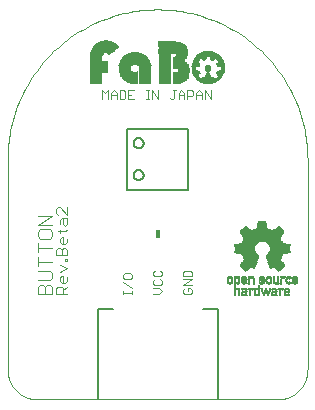
<source format=gto>
G75*
%MOIN*%
%OFA0B0*%
%FSLAX25Y25*%
%IPPOS*%
%LPD*%
%AMOC8*
5,1,8,0,0,1.08239X$1,22.5*
%
%ADD10C,0.00400*%
%ADD11C,0.00300*%
%ADD12C,0.00500*%
%ADD13R,0.01800X0.03000*%
%ADD14C,0.00000*%
%ADD15R,0.00650X0.00050*%
%ADD16R,0.00950X0.00050*%
%ADD17R,0.00800X0.00050*%
%ADD18R,0.00550X0.00050*%
%ADD19R,0.00600X0.00050*%
%ADD20R,0.01750X0.00050*%
%ADD21R,0.01000X0.00050*%
%ADD22R,0.01200X0.00050*%
%ADD23R,0.01800X0.00050*%
%ADD24R,0.01350X0.00050*%
%ADD25R,0.01900X0.00050*%
%ADD26R,0.00700X0.00050*%
%ADD27R,0.01850X0.00050*%
%ADD28R,0.01500X0.00050*%
%ADD29R,0.01950X0.00050*%
%ADD30R,0.01650X0.00050*%
%ADD31R,0.00750X0.00050*%
%ADD32R,0.02000X0.00050*%
%ADD33R,0.02050X0.00050*%
%ADD34R,0.00850X0.00050*%
%ADD35R,0.02100X0.00050*%
%ADD36R,0.00900X0.00050*%
%ADD37R,0.00450X0.00050*%
%ADD38R,0.00300X0.00050*%
%ADD39R,0.00200X0.00050*%
%ADD40R,0.01050X0.00050*%
%ADD41R,0.00100X0.00050*%
%ADD42R,0.01100X0.00050*%
%ADD43R,0.01150X0.00050*%
%ADD44R,0.02200X0.00050*%
%ADD45R,0.01250X0.00050*%
%ADD46R,0.00150X0.00050*%
%ADD47R,0.00250X0.00050*%
%ADD48R,0.00500X0.00050*%
%ADD49R,0.01550X0.00050*%
%ADD50R,0.01600X0.00050*%
%ADD51R,0.01700X0.00050*%
%ADD52R,0.01400X0.00050*%
%ADD53R,0.01300X0.00050*%
%ADD54R,0.00400X0.00050*%
%ADD55R,0.01450X0.00050*%
%ADD56R,0.02150X0.00050*%
%ADD57R,0.00350X0.00050*%
%ADD58R,0.00050X0.00050*%
%ADD59R,0.02250X0.00050*%
%ADD60R,0.02400X0.00050*%
%ADD61R,0.02500X0.00050*%
%ADD62R,0.02650X0.00050*%
%ADD63R,0.02750X0.00050*%
%ADD64R,0.02900X0.00050*%
%ADD65R,0.03000X0.00050*%
%ADD66R,0.03150X0.00050*%
%ADD67R,0.03250X0.00050*%
%ADD68R,0.04600X0.00050*%
%ADD69R,0.04650X0.00050*%
%ADD70R,0.04750X0.00050*%
%ADD71R,0.04800X0.00050*%
%ADD72R,0.04900X0.00050*%
%ADD73R,0.04950X0.00050*%
%ADD74R,0.05000X0.00050*%
%ADD75R,0.05100X0.00050*%
%ADD76R,0.05150X0.00050*%
%ADD77R,0.05200X0.00050*%
%ADD78R,0.05250X0.00050*%
%ADD79R,0.05050X0.00050*%
%ADD80R,0.04850X0.00050*%
%ADD81R,0.05300X0.00050*%
%ADD82R,0.05350X0.00050*%
%ADD83R,0.05450X0.00050*%
%ADD84R,0.05500X0.00050*%
%ADD85R,0.05550X0.00050*%
%ADD86R,0.05650X0.00050*%
%ADD87R,0.05600X0.00050*%
%ADD88R,0.05400X0.00050*%
%ADD89R,0.05700X0.00050*%
%ADD90R,0.05900X0.00050*%
%ADD91R,0.06150X0.00050*%
%ADD92R,0.06350X0.00050*%
%ADD93R,0.06550X0.00050*%
%ADD94R,0.06850X0.00050*%
%ADD95R,0.07050X0.00050*%
%ADD96R,0.07100X0.00050*%
%ADD97R,0.07000X0.00050*%
%ADD98R,0.06950X0.00050*%
%ADD99R,0.06900X0.00050*%
%ADD100R,0.06800X0.00050*%
%ADD101R,0.06600X0.00050*%
%ADD102R,0.05750X0.00050*%
%ADD103R,0.06050X0.00050*%
%ADD104R,0.13050X0.00050*%
%ADD105R,0.12950X0.00050*%
%ADD106R,0.12850X0.00050*%
%ADD107R,0.12750X0.00050*%
%ADD108R,0.12650X0.00050*%
%ADD109R,0.12550X0.00050*%
%ADD110R,0.12450X0.00050*%
%ADD111R,0.12350X0.00050*%
%ADD112R,0.12250X0.00050*%
%ADD113R,0.12150X0.00050*%
%ADD114R,0.13150X0.00050*%
%ADD115R,0.13250X0.00050*%
%ADD116R,0.13350X0.00050*%
%ADD117R,0.13450X0.00050*%
%ADD118R,0.13550X0.00050*%
%ADD119R,0.13650X0.00050*%
%ADD120R,0.13750X0.00050*%
%ADD121R,0.13850X0.00050*%
%ADD122R,0.13950X0.00050*%
%ADD123R,0.14050X0.00050*%
%ADD124R,0.14150X0.00050*%
%ADD125R,0.14250X0.00050*%
%ADD126R,0.14350X0.00050*%
%ADD127R,0.14450X0.00050*%
%ADD128R,0.14550X0.00050*%
%ADD129R,0.14650X0.00050*%
%ADD130R,0.14750X0.00050*%
%ADD131R,0.14850X0.00050*%
%ADD132R,0.14950X0.00050*%
%ADD133R,0.03450X0.00050*%
%ADD134R,0.06750X0.00050*%
%ADD135R,0.03300X0.00050*%
%ADD136R,0.06450X0.00050*%
%ADD137R,0.03200X0.00050*%
%ADD138R,0.06250X0.00050*%
%ADD139R,0.03050X0.00050*%
%ADD140R,0.05950X0.00050*%
%ADD141R,0.02950X0.00050*%
%ADD142R,0.02850X0.00050*%
%ADD143R,0.02800X0.00050*%
%ADD144R,0.02700X0.00050*%
%ADD145R,0.02600X0.00050*%
%ADD146R,0.02450X0.00050*%
%ADD147R,0.02350X0.00050*%
%ADD148R,0.04550X0.00050*%
%ADD149R,0.04250X0.00050*%
%ADD150R,0.04050X0.00050*%
%ADD151R,0.03750X0.00050*%
%ADD152R,0.03650X0.00050*%
%ADD153R,0.03550X0.00050*%
%ADD154R,0.03350X0.00050*%
%ADD155R,0.01008X0.00048*%
%ADD156R,0.00672X0.00048*%
%ADD157R,0.01776X0.00048*%
%ADD158R,0.01584X0.00048*%
%ADD159R,0.02160X0.00048*%
%ADD160R,0.02208X0.00048*%
%ADD161R,0.02352X0.00048*%
%ADD162R,0.02592X0.00048*%
%ADD163R,0.04272X0.00048*%
%ADD164R,0.02544X0.00048*%
%ADD165R,0.03936X0.00048*%
%ADD166R,0.01008X0.00048*%
%ADD167R,0.02976X0.00048*%
%ADD168R,0.04320X0.00048*%
%ADD169R,0.02736X0.00048*%
%ADD170R,0.03984X0.00048*%
%ADD171R,0.04272X0.00048*%
%ADD172R,0.02016X0.00048*%
%ADD173R,0.03312X0.00048*%
%ADD174R,0.04320X0.00048*%
%ADD175R,0.02880X0.00048*%
%ADD176R,0.03984X0.00048*%
%ADD177R,0.03552X0.00048*%
%ADD178R,0.03024X0.00048*%
%ADD179R,0.02592X0.00048*%
%ADD180R,0.03840X0.00048*%
%ADD181R,0.03120X0.00048*%
%ADD182R,0.02832X0.00048*%
%ADD183R,0.04080X0.00048*%
%ADD184R,0.03216X0.00048*%
%ADD185R,0.02976X0.00048*%
%ADD186R,0.03360X0.00048*%
%ADD187R,0.04512X0.00048*%
%ADD188R,0.03456X0.00048*%
%ADD189R,0.03264X0.00048*%
%ADD190R,0.04752X0.00048*%
%ADD191R,0.04944X0.00048*%
%ADD192R,0.03648X0.00048*%
%ADD193R,0.03456X0.00048*%
%ADD194R,0.05136X0.00048*%
%ADD195R,0.03744X0.00048*%
%ADD196R,0.03552X0.00048*%
%ADD197R,0.05328X0.00048*%
%ADD198R,0.03792X0.00048*%
%ADD199R,0.05472X0.00048*%
%ADD200R,0.03888X0.00048*%
%ADD201R,0.05616X0.00048*%
%ADD202R,0.03840X0.00048*%
%ADD203R,0.05760X0.00048*%
%ADD204R,0.04032X0.00048*%
%ADD205R,0.05952X0.00048*%
%ADD206R,0.04128X0.00048*%
%ADD207R,0.06096X0.00048*%
%ADD208R,0.04176X0.00048*%
%ADD209R,0.06240X0.00048*%
%ADD210R,0.04224X0.00048*%
%ADD211R,0.06336X0.00048*%
%ADD212R,0.04176X0.00048*%
%ADD213R,0.06480X0.00048*%
%ADD214R,0.04368X0.00048*%
%ADD215R,0.04224X0.00048*%
%ADD216R,0.06624X0.00048*%
%ADD217R,0.04464X0.00048*%
%ADD218R,0.06720X0.00048*%
%ADD219R,0.04512X0.00048*%
%ADD220R,0.06864X0.00048*%
%ADD221R,0.04560X0.00048*%
%ADD222R,0.04416X0.00048*%
%ADD223R,0.07008X0.00048*%
%ADD224R,0.04608X0.00048*%
%ADD225R,0.04464X0.00048*%
%ADD226R,0.07104X0.00048*%
%ADD227R,0.04656X0.00048*%
%ADD228R,0.07200X0.00048*%
%ADD229R,0.04704X0.00048*%
%ADD230R,0.07296X0.00048*%
%ADD231R,0.07440X0.00048*%
%ADD232R,0.04800X0.00048*%
%ADD233R,0.07536X0.00048*%
%ADD234R,0.04848X0.00048*%
%ADD235R,0.04704X0.00048*%
%ADD236R,0.07632X0.00048*%
%ADD237R,0.04896X0.00048*%
%ADD238R,0.04752X0.00048*%
%ADD239R,0.07728X0.00048*%
%ADD240R,0.04944X0.00048*%
%ADD241R,0.04800X0.00048*%
%ADD242R,0.07824X0.00048*%
%ADD243R,0.04992X0.00048*%
%ADD244R,0.07920X0.00048*%
%ADD245R,0.05040X0.00048*%
%ADD246R,0.08016X0.00048*%
%ADD247R,0.05088X0.00048*%
%ADD248R,0.08064X0.00048*%
%ADD249R,0.01536X0.00048*%
%ADD250R,0.04704X0.00048*%
%ADD251R,0.05184X0.00048*%
%ADD252R,0.01536X0.00048*%
%ADD253R,0.04560X0.00048*%
%ADD254R,0.05232X0.00048*%
%ADD255R,0.05280X0.00048*%
%ADD256R,0.05280X0.00048*%
%ADD257R,0.01488X0.00048*%
%ADD258R,0.05088X0.00048*%
%ADD259R,0.01488X0.00048*%
%ADD260R,0.05376X0.00048*%
%ADD261R,0.03840X0.00048*%
%ADD262R,0.05424X0.00048*%
%ADD263R,0.05136X0.00048*%
%ADD264R,0.00576X0.00048*%
%ADD265R,0.02304X0.00048*%
%ADD266R,0.00624X0.00048*%
%ADD267R,0.05424X0.00048*%
%ADD268R,0.05184X0.00048*%
%ADD269R,0.00432X0.00048*%
%ADD270R,0.02208X0.00048*%
%ADD271R,0.01440X0.00048*%
%ADD272R,0.00288X0.00048*%
%ADD273R,0.02160X0.00048*%
%ADD274R,0.05520X0.00048*%
%ADD275R,0.05232X0.00048*%
%ADD276R,0.01440X0.00048*%
%ADD277R,0.00144X0.00048*%
%ADD278R,0.02112X0.00048*%
%ADD279R,0.00096X0.00048*%
%ADD280R,0.05568X0.00048*%
%ADD281R,0.02064X0.00048*%
%ADD282R,0.05568X0.00048*%
%ADD283R,0.01392X0.00048*%
%ADD284R,0.05616X0.00048*%
%ADD285R,0.05328X0.00048*%
%ADD286R,0.01392X0.00048*%
%ADD287R,0.02016X0.00048*%
%ADD288R,0.01968X0.00048*%
%ADD289R,0.01392X0.00048*%
%ADD290R,0.05664X0.00048*%
%ADD291R,0.01920X0.00048*%
%ADD292R,0.01344X0.00048*%
%ADD293R,0.05712X0.00048*%
%ADD294R,0.01872X0.00048*%
%ADD295R,0.05712X0.00048*%
%ADD296R,0.05376X0.00048*%
%ADD297R,0.01824X0.00048*%
%ADD298R,0.01824X0.00048*%
%ADD299R,0.05760X0.00048*%
%ADD300R,0.01776X0.00048*%
%ADD301R,0.05808X0.00048*%
%ADD302R,0.01584X0.00048*%
%ADD303R,0.01728X0.00048*%
%ADD304R,0.05808X0.00048*%
%ADD305R,0.05472X0.00048*%
%ADD306R,0.01632X0.00048*%
%ADD307R,0.01680X0.00048*%
%ADD308R,0.05856X0.00048*%
%ADD309R,0.01728X0.00048*%
%ADD310R,0.01632X0.00048*%
%ADD311R,0.01680X0.00048*%
%ADD312R,0.05856X0.00048*%
%ADD313R,0.01728X0.00048*%
%ADD314R,0.05904X0.00048*%
%ADD315R,0.05520X0.00048*%
%ADD316R,0.01920X0.00048*%
%ADD317R,0.01920X0.00048*%
%ADD318R,0.05952X0.00048*%
%ADD319R,0.01968X0.00048*%
%ADD320R,0.01440X0.00048*%
%ADD321R,0.06000X0.00048*%
%ADD322R,0.02064X0.00048*%
%ADD323R,0.06000X0.00048*%
%ADD324R,0.02112X0.00048*%
%ADD325R,0.01344X0.00048*%
%ADD326R,0.06048X0.00048*%
%ADD327R,0.01296X0.00048*%
%ADD328R,0.06048X0.00048*%
%ADD329R,0.02256X0.00048*%
%ADD330R,0.01248X0.00048*%
%ADD331R,0.02304X0.00048*%
%ADD332R,0.01200X0.00048*%
%ADD333R,0.01152X0.00048*%
%ADD334R,0.06096X0.00048*%
%ADD335R,0.02400X0.00048*%
%ADD336R,0.01152X0.00048*%
%ADD337R,0.02352X0.00048*%
%ADD338R,0.06144X0.00048*%
%ADD339R,0.02400X0.00048*%
%ADD340R,0.01104X0.00048*%
%ADD341R,0.06144X0.00048*%
%ADD342R,0.01056X0.00048*%
%ADD343R,0.06192X0.00048*%
%ADD344R,0.00960X0.00048*%
%ADD345R,0.06192X0.00048*%
%ADD346R,0.00912X0.00048*%
%ADD347R,0.00864X0.00048*%
%ADD348R,0.04896X0.00048*%
%ADD349R,0.04848X0.00048*%
%ADD350R,0.00864X0.00048*%
%ADD351R,0.00480X0.00048*%
%ADD352R,0.00816X0.00048*%
%ADD353R,0.04656X0.00048*%
%ADD354R,0.00336X0.00048*%
%ADD355R,0.04128X0.00048*%
%ADD356R,0.00768X0.00048*%
%ADD357R,0.00240X0.00048*%
%ADD358R,0.04032X0.00048*%
%ADD359R,0.00768X0.00048*%
%ADD360R,0.03936X0.00048*%
%ADD361R,0.00816X0.00048*%
%ADD362R,0.00048X0.00048*%
%ADD363R,0.03888X0.00048*%
%ADD364R,0.04416X0.00048*%
%ADD365R,0.02304X0.00048*%
%ADD366R,0.04368X0.00048*%
%ADD367R,0.03792X0.00048*%
%ADD368R,0.01440X0.00048*%
%ADD369R,0.01728X0.00048*%
%ADD370R,0.01296X0.00048*%
%ADD371R,0.01872X0.00048*%
%ADD372R,0.03744X0.00048*%
%ADD373R,0.04080X0.00048*%
%ADD374R,0.05520X0.00048*%
%ADD375R,0.04176X0.00048*%
%ADD376R,0.04176X0.00048*%
%ADD377R,0.02112X0.00048*%
%ADD378R,0.02448X0.00048*%
%ADD379R,0.02496X0.00048*%
%ADD380R,0.02496X0.00048*%
%ADD381R,0.02448X0.00048*%
%ADD382R,0.04320X0.00048*%
%ADD383R,0.02544X0.00048*%
%ADD384R,0.00528X0.00048*%
%ADD385R,0.05040X0.00048*%
%ADD386R,0.02640X0.00048*%
%ADD387R,0.04656X0.00048*%
%ADD388R,0.04992X0.00048*%
%ADD389R,0.02640X0.00048*%
%ADD390R,0.04992X0.00048*%
%ADD391R,0.10560X0.00048*%
%ADD392R,0.02688X0.00048*%
%ADD393R,0.10512X0.00048*%
%ADD394R,0.04848X0.00048*%
%ADD395R,0.10512X0.00048*%
%ADD396R,0.10464X0.00048*%
%ADD397R,0.10416X0.00048*%
%ADD398R,0.02448X0.00048*%
%ADD399R,0.10416X0.00048*%
%ADD400R,0.02448X0.00048*%
%ADD401R,0.10320X0.00048*%
%ADD402R,0.10320X0.00048*%
%ADD403R,0.02256X0.00048*%
%ADD404R,0.02256X0.00048*%
%ADD405R,0.10224X0.00048*%
%ADD406R,0.10224X0.00048*%
%ADD407R,0.10176X0.00048*%
%ADD408R,0.02112X0.00048*%
%ADD409R,0.10176X0.00048*%
%ADD410R,0.02064X0.00048*%
%ADD411R,0.10128X0.00048*%
%ADD412R,0.10080X0.00048*%
%ADD413R,0.01920X0.00048*%
%ADD414R,0.09984X0.00048*%
%ADD415R,0.03840X0.00048*%
%ADD416R,0.09984X0.00048*%
%ADD417R,0.01776X0.00048*%
%ADD418R,0.09888X0.00048*%
%ADD419R,0.03648X0.00048*%
%ADD420R,0.09888X0.00048*%
%ADD421R,0.09792X0.00048*%
%ADD422R,0.09792X0.00048*%
%ADD423R,0.03504X0.00048*%
%ADD424R,0.09744X0.00048*%
%ADD425R,0.03600X0.00048*%
%ADD426R,0.09696X0.00048*%
%ADD427R,0.00096X0.00048*%
%ADD428R,0.09648X0.00048*%
%ADD429R,0.03696X0.00048*%
%ADD430R,0.09600X0.00048*%
%ADD431R,0.00480X0.00048*%
%ADD432R,0.09552X0.00048*%
%ADD433R,0.00672X0.00048*%
%ADD434R,0.09456X0.00048*%
%ADD435R,0.09456X0.00048*%
%ADD436R,0.01056X0.00048*%
%ADD437R,0.09360X0.00048*%
%ADD438R,0.01200X0.00048*%
%ADD439R,0.09264X0.00048*%
%ADD440R,0.01248X0.00048*%
%ADD441R,0.09264X0.00048*%
%ADD442R,0.09168X0.00048*%
%ADD443R,0.01392X0.00048*%
%ADD444R,0.09120X0.00048*%
%ADD445R,0.09072X0.00048*%
%ADD446R,0.01584X0.00048*%
%ADD447R,0.08976X0.00048*%
%ADD448R,0.08928X0.00048*%
%ADD449R,0.08832X0.00048*%
%ADD450R,0.08784X0.00048*%
%ADD451R,0.08736X0.00048*%
%ADD452R,0.03792X0.00048*%
%ADD453R,0.08640X0.00048*%
%ADD454R,0.08544X0.00048*%
%ADD455R,0.08448X0.00048*%
%ADD456R,0.08400X0.00048*%
%ADD457R,0.03696X0.00048*%
%ADD458R,0.08304X0.00048*%
%ADD459R,0.08208X0.00048*%
%ADD460R,0.08112X0.00048*%
%ADD461R,0.03648X0.00048*%
%ADD462R,0.03984X0.00048*%
%ADD463R,0.07968X0.00048*%
%ADD464R,0.03600X0.00048*%
%ADD465R,0.07824X0.00048*%
%ADD466R,0.07728X0.00048*%
%ADD467R,0.03504X0.00048*%
%ADD468R,0.07632X0.00048*%
%ADD469R,0.07536X0.00048*%
%ADD470R,0.03648X0.00048*%
%ADD471R,0.08064X0.00048*%
%ADD472R,0.07440X0.00048*%
%ADD473R,0.08016X0.00048*%
%ADD474R,0.07344X0.00048*%
%ADD475R,0.07920X0.00048*%
%ADD476R,0.07248X0.00048*%
%ADD477R,0.07152X0.00048*%
%ADD478R,0.06960X0.00048*%
%ADD479R,0.06864X0.00048*%
%ADD480R,0.06720X0.00048*%
%ADD481R,0.06576X0.00048*%
%ADD482R,0.06480X0.00048*%
%ADD483R,0.07200X0.00048*%
%ADD484R,0.07104X0.00048*%
%ADD485R,0.04320X0.00048*%
%ADD486R,0.06192X0.00048*%
%ADD487R,0.07008X0.00048*%
%ADD488R,0.00192X0.00048*%
%ADD489R,0.06048X0.00048*%
%ADD490R,0.00384X0.00048*%
%ADD491R,0.05712X0.00048*%
%ADD492R,0.06336X0.00048*%
%ADD493R,0.06240X0.00048*%
%ADD494R,0.04128X0.00048*%
%ADD495R,0.03984X0.00048*%
%ADD496R,0.04512X0.00048*%
%ADD497R,0.09744X0.00048*%
%ADD498R,0.02976X0.00048*%
%ADD499R,0.07248X0.00048*%
%ADD500R,0.07344X0.00048*%
%ADD501R,0.07488X0.00048*%
%ADD502R,0.07488X0.00048*%
%ADD503R,0.07584X0.00048*%
%ADD504R,0.07680X0.00048*%
%ADD505R,0.00624X0.00048*%
%ADD506R,0.07872X0.00048*%
%ADD507R,0.09696X0.00048*%
%ADD508R,0.07920X0.00048*%
%ADD509R,0.07968X0.00048*%
%ADD510R,0.08064X0.00048*%
%ADD511R,0.08160X0.00048*%
%ADD512R,0.08160X0.00048*%
%ADD513R,0.09648X0.00048*%
%ADD514R,0.08208X0.00048*%
%ADD515R,0.08256X0.00048*%
%ADD516R,0.08304X0.00048*%
%ADD517R,0.09600X0.00048*%
%ADD518R,0.08352X0.00048*%
%ADD519R,0.08400X0.00048*%
%ADD520R,0.08448X0.00048*%
%ADD521R,0.09552X0.00048*%
%ADD522R,0.08448X0.00048*%
%ADD523R,0.08496X0.00048*%
%ADD524R,0.09504X0.00048*%
%ADD525R,0.08592X0.00048*%
%ADD526R,0.09504X0.00048*%
%ADD527R,0.08640X0.00048*%
%ADD528R,0.08688X0.00048*%
%ADD529R,0.09408X0.00048*%
%ADD530R,0.08688X0.00048*%
%ADD531R,0.08592X0.00048*%
%ADD532R,0.08544X0.00048*%
%ADD533R,0.09360X0.00048*%
%ADD534R,0.08448X0.00048*%
%ADD535R,0.09312X0.00048*%
%ADD536R,0.08352X0.00048*%
%ADD537R,0.09312X0.00048*%
%ADD538R,0.08256X0.00048*%
%ADD539R,0.08256X0.00048*%
%ADD540R,0.09216X0.00048*%
%ADD541R,0.09168X0.00048*%
%ADD542R,0.07776X0.00048*%
%ADD543R,0.09024X0.00048*%
%ADD544R,0.07680X0.00048*%
%ADD545R,0.09024X0.00048*%
%ADD546R,0.07584X0.00048*%
%ADD547R,0.07392X0.00048*%
%ADD548R,0.08880X0.00048*%
%ADD549R,0.07296X0.00048*%
%ADD550R,0.08832X0.00048*%
%ADD551R,0.08784X0.00048*%
%ADD552R,0.07104X0.00048*%
%ADD553R,0.06912X0.00048*%
%ADD554R,0.06768X0.00048*%
%ADD555R,0.06624X0.00048*%
%ADD556R,0.06528X0.00048*%
%ADD557R,0.06384X0.00048*%
%ADD558R,0.06240X0.00048*%
%ADD559R,0.05856X0.00048*%
%ADD560R,0.05184X0.00048*%
%ADD561R,0.06912X0.00048*%
%ADD562R,0.06288X0.00048*%
%ADD563R,0.03456X0.00048*%
%ADD564R,0.03120X0.00048*%
%ADD565R,0.02784X0.00048*%
D10*
X0016996Y0059206D02*
X0016996Y0061508D01*
X0017763Y0062275D01*
X0018531Y0062275D01*
X0019298Y0061508D01*
X0019298Y0059206D01*
X0019298Y0061508D02*
X0020065Y0062275D01*
X0020833Y0062275D01*
X0021600Y0061508D01*
X0021600Y0059206D01*
X0016996Y0059206D01*
X0016996Y0063810D02*
X0020833Y0063810D01*
X0021600Y0064577D01*
X0021600Y0066112D01*
X0020833Y0066879D01*
X0016996Y0066879D01*
X0016996Y0068414D02*
X0016996Y0071483D01*
X0016996Y0069948D02*
X0021600Y0069948D01*
X0021600Y0074552D02*
X0016996Y0074552D01*
X0016996Y0073018D02*
X0016996Y0076087D01*
X0017763Y0077622D02*
X0016996Y0078389D01*
X0016996Y0079924D01*
X0017763Y0080691D01*
X0020833Y0080691D01*
X0021600Y0079924D01*
X0021600Y0078389D01*
X0020833Y0077622D01*
X0017763Y0077622D01*
X0016996Y0082226D02*
X0021600Y0085295D01*
X0016996Y0085295D01*
X0016996Y0082226D02*
X0021600Y0082226D01*
D11*
X0024181Y0082486D02*
X0024181Y0083720D01*
X0024798Y0084337D01*
X0026650Y0084337D01*
X0026650Y0082486D01*
X0026033Y0081869D01*
X0025416Y0082486D01*
X0025416Y0084337D01*
X0026650Y0085552D02*
X0024181Y0088021D01*
X0023564Y0088021D01*
X0022947Y0087403D01*
X0022947Y0086169D01*
X0023564Y0085552D01*
X0026650Y0085552D02*
X0026650Y0088021D01*
X0026650Y0080648D02*
X0026033Y0080030D01*
X0023564Y0080030D01*
X0024181Y0079413D02*
X0024181Y0080648D01*
X0024798Y0078199D02*
X0025416Y0078199D01*
X0025416Y0075730D01*
X0026033Y0075730D02*
X0024798Y0075730D01*
X0024181Y0076347D01*
X0024181Y0077582D01*
X0024798Y0078199D01*
X0026650Y0076347D02*
X0026033Y0075730D01*
X0026650Y0076347D02*
X0026650Y0077582D01*
X0026033Y0074516D02*
X0026650Y0073898D01*
X0026650Y0072047D01*
X0022947Y0072047D01*
X0022947Y0073898D01*
X0023564Y0074516D01*
X0024181Y0074516D01*
X0024798Y0073898D01*
X0024798Y0072047D01*
X0026033Y0070823D02*
X0026033Y0070205D01*
X0026650Y0070205D01*
X0026650Y0070823D01*
X0026033Y0070823D01*
X0024798Y0073898D02*
X0025416Y0074516D01*
X0026033Y0074516D01*
X0024181Y0068991D02*
X0026650Y0067757D01*
X0024181Y0066522D01*
X0024798Y0065308D02*
X0025416Y0065308D01*
X0025416Y0062839D01*
X0026033Y0062839D02*
X0024798Y0062839D01*
X0024181Y0063456D01*
X0024181Y0064691D01*
X0024798Y0065308D01*
X0026650Y0063456D02*
X0026033Y0062839D01*
X0026650Y0063456D02*
X0026650Y0064691D01*
X0026650Y0061625D02*
X0025416Y0060390D01*
X0025416Y0061007D02*
X0025416Y0059156D01*
X0026650Y0059156D02*
X0022947Y0059156D01*
X0022947Y0061007D01*
X0023564Y0061625D01*
X0024798Y0061625D01*
X0025416Y0061007D01*
X0045348Y0060123D02*
X0045348Y0059156D01*
X0045348Y0059640D02*
X0048250Y0059640D01*
X0048250Y0060123D02*
X0048250Y0059156D01*
X0048250Y0061120D02*
X0045348Y0063055D01*
X0045831Y0064067D02*
X0045348Y0064551D01*
X0045348Y0065518D01*
X0045831Y0066002D01*
X0047766Y0066002D01*
X0048250Y0065518D01*
X0048250Y0064551D01*
X0047766Y0064067D01*
X0045831Y0064067D01*
X0055348Y0063554D02*
X0055348Y0062586D01*
X0055831Y0062102D01*
X0057766Y0062102D01*
X0058250Y0062586D01*
X0058250Y0063554D01*
X0057766Y0064037D01*
X0057766Y0065049D02*
X0055831Y0065049D01*
X0055348Y0065533D01*
X0055348Y0066500D01*
X0055831Y0066984D01*
X0057766Y0066984D02*
X0058250Y0066500D01*
X0058250Y0065533D01*
X0057766Y0065049D01*
X0055831Y0064037D02*
X0055348Y0063554D01*
X0055348Y0061091D02*
X0057283Y0061091D01*
X0058250Y0060123D01*
X0057283Y0059156D01*
X0055348Y0059156D01*
X0065348Y0059640D02*
X0065831Y0059156D01*
X0067766Y0059156D01*
X0068250Y0059640D01*
X0068250Y0060607D01*
X0067766Y0061091D01*
X0066799Y0061091D01*
X0066799Y0060123D01*
X0065831Y0061091D02*
X0065348Y0060607D01*
X0065348Y0059640D01*
X0065348Y0062102D02*
X0068250Y0064037D01*
X0065348Y0064037D01*
X0065348Y0065049D02*
X0065348Y0066500D01*
X0065831Y0066984D01*
X0067766Y0066984D01*
X0068250Y0066500D01*
X0068250Y0065049D01*
X0065348Y0065049D01*
X0065348Y0062102D02*
X0068250Y0062102D01*
X0069718Y0124156D02*
X0069718Y0126091D01*
X0070686Y0127058D01*
X0071653Y0126091D01*
X0071653Y0124156D01*
X0072665Y0124156D02*
X0072665Y0127058D01*
X0074600Y0124156D01*
X0074600Y0127058D01*
X0071653Y0125607D02*
X0069718Y0125607D01*
X0068707Y0125607D02*
X0068223Y0125123D01*
X0066772Y0125123D01*
X0066772Y0124156D02*
X0066772Y0127058D01*
X0068223Y0127058D01*
X0068707Y0126575D01*
X0068707Y0125607D01*
X0065760Y0125607D02*
X0063825Y0125607D01*
X0063825Y0126091D02*
X0064793Y0127058D01*
X0065760Y0126091D01*
X0065760Y0124156D01*
X0063825Y0124156D02*
X0063825Y0126091D01*
X0062814Y0127058D02*
X0061846Y0127058D01*
X0062330Y0127058D02*
X0062330Y0124640D01*
X0061846Y0124156D01*
X0061362Y0124156D01*
X0060879Y0124640D01*
X0056921Y0124156D02*
X0056921Y0127058D01*
X0054986Y0127058D02*
X0054986Y0124156D01*
X0053989Y0124156D02*
X0053021Y0124156D01*
X0053505Y0124156D02*
X0053505Y0127058D01*
X0053021Y0127058D02*
X0053989Y0127058D01*
X0054986Y0127058D02*
X0056921Y0124156D01*
X0049063Y0124156D02*
X0047128Y0124156D01*
X0047128Y0127058D01*
X0049063Y0127058D01*
X0048096Y0125607D02*
X0047128Y0125607D01*
X0046117Y0124640D02*
X0046117Y0126575D01*
X0045633Y0127058D01*
X0044182Y0127058D01*
X0044182Y0124156D01*
X0045633Y0124156D01*
X0046117Y0124640D01*
X0043170Y0124156D02*
X0043170Y0126091D01*
X0042203Y0127058D01*
X0041235Y0126091D01*
X0041235Y0124156D01*
X0040224Y0124156D02*
X0040224Y0127058D01*
X0039256Y0126091D01*
X0038289Y0127058D01*
X0038289Y0124156D01*
X0041235Y0125607D02*
X0043170Y0125607D01*
D12*
X0046564Y0114242D02*
X0046564Y0093770D01*
X0067036Y0093770D01*
X0067036Y0114242D01*
X0046564Y0114242D01*
X0048831Y0109518D02*
X0048833Y0109599D01*
X0048839Y0109680D01*
X0048849Y0109761D01*
X0048863Y0109841D01*
X0048880Y0109921D01*
X0048902Y0109999D01*
X0048927Y0110076D01*
X0048956Y0110152D01*
X0048989Y0110227D01*
X0049025Y0110300D01*
X0049065Y0110371D01*
X0049108Y0110439D01*
X0049155Y0110506D01*
X0049204Y0110571D01*
X0049257Y0110632D01*
X0049313Y0110692D01*
X0049372Y0110748D01*
X0049433Y0110802D01*
X0049497Y0110852D01*
X0049563Y0110899D01*
X0049631Y0110944D01*
X0049701Y0110984D01*
X0049774Y0111021D01*
X0049848Y0111055D01*
X0049923Y0111085D01*
X0050000Y0111111D01*
X0050079Y0111134D01*
X0050158Y0111152D01*
X0050238Y0111167D01*
X0050318Y0111178D01*
X0050399Y0111185D01*
X0050481Y0111188D01*
X0050562Y0111187D01*
X0050643Y0111182D01*
X0050724Y0111173D01*
X0050804Y0111160D01*
X0050884Y0111144D01*
X0050963Y0111123D01*
X0051040Y0111099D01*
X0051117Y0111070D01*
X0051191Y0111039D01*
X0051265Y0111003D01*
X0051336Y0110964D01*
X0051405Y0110922D01*
X0051473Y0110876D01*
X0051538Y0110827D01*
X0051600Y0110775D01*
X0051660Y0110720D01*
X0051717Y0110662D01*
X0051772Y0110602D01*
X0051823Y0110539D01*
X0051871Y0110473D01*
X0051916Y0110405D01*
X0051957Y0110335D01*
X0051995Y0110263D01*
X0052030Y0110190D01*
X0052061Y0110115D01*
X0052088Y0110038D01*
X0052111Y0109960D01*
X0052131Y0109881D01*
X0052147Y0109801D01*
X0052159Y0109721D01*
X0052167Y0109640D01*
X0052171Y0109559D01*
X0052171Y0109477D01*
X0052167Y0109396D01*
X0052159Y0109315D01*
X0052147Y0109235D01*
X0052131Y0109155D01*
X0052111Y0109076D01*
X0052088Y0108998D01*
X0052061Y0108921D01*
X0052030Y0108846D01*
X0051995Y0108773D01*
X0051957Y0108701D01*
X0051916Y0108631D01*
X0051871Y0108563D01*
X0051823Y0108497D01*
X0051772Y0108434D01*
X0051717Y0108374D01*
X0051660Y0108316D01*
X0051600Y0108261D01*
X0051538Y0108209D01*
X0051473Y0108160D01*
X0051405Y0108114D01*
X0051336Y0108072D01*
X0051265Y0108033D01*
X0051191Y0107997D01*
X0051117Y0107966D01*
X0051040Y0107937D01*
X0050963Y0107913D01*
X0050884Y0107892D01*
X0050804Y0107876D01*
X0050724Y0107863D01*
X0050643Y0107854D01*
X0050562Y0107849D01*
X0050481Y0107848D01*
X0050399Y0107851D01*
X0050318Y0107858D01*
X0050238Y0107869D01*
X0050158Y0107884D01*
X0050079Y0107902D01*
X0050000Y0107925D01*
X0049923Y0107951D01*
X0049848Y0107981D01*
X0049774Y0108015D01*
X0049701Y0108052D01*
X0049631Y0108092D01*
X0049563Y0108137D01*
X0049497Y0108184D01*
X0049433Y0108234D01*
X0049372Y0108288D01*
X0049313Y0108344D01*
X0049257Y0108404D01*
X0049204Y0108465D01*
X0049155Y0108530D01*
X0049108Y0108597D01*
X0049065Y0108665D01*
X0049025Y0108736D01*
X0048989Y0108809D01*
X0048956Y0108884D01*
X0048927Y0108960D01*
X0048902Y0109037D01*
X0048880Y0109115D01*
X0048863Y0109195D01*
X0048849Y0109275D01*
X0048839Y0109356D01*
X0048833Y0109437D01*
X0048831Y0109518D01*
X0048831Y0098888D02*
X0048833Y0098969D01*
X0048839Y0099050D01*
X0048849Y0099131D01*
X0048863Y0099211D01*
X0048880Y0099291D01*
X0048902Y0099369D01*
X0048927Y0099446D01*
X0048956Y0099522D01*
X0048989Y0099597D01*
X0049025Y0099670D01*
X0049065Y0099741D01*
X0049108Y0099809D01*
X0049155Y0099876D01*
X0049204Y0099941D01*
X0049257Y0100002D01*
X0049313Y0100062D01*
X0049372Y0100118D01*
X0049433Y0100172D01*
X0049497Y0100222D01*
X0049563Y0100269D01*
X0049631Y0100314D01*
X0049701Y0100354D01*
X0049774Y0100391D01*
X0049848Y0100425D01*
X0049923Y0100455D01*
X0050000Y0100481D01*
X0050079Y0100504D01*
X0050158Y0100522D01*
X0050238Y0100537D01*
X0050318Y0100548D01*
X0050399Y0100555D01*
X0050481Y0100558D01*
X0050562Y0100557D01*
X0050643Y0100552D01*
X0050724Y0100543D01*
X0050804Y0100530D01*
X0050884Y0100514D01*
X0050963Y0100493D01*
X0051040Y0100469D01*
X0051117Y0100440D01*
X0051191Y0100409D01*
X0051265Y0100373D01*
X0051336Y0100334D01*
X0051405Y0100292D01*
X0051473Y0100246D01*
X0051538Y0100197D01*
X0051600Y0100145D01*
X0051660Y0100090D01*
X0051717Y0100032D01*
X0051772Y0099972D01*
X0051823Y0099909D01*
X0051871Y0099843D01*
X0051916Y0099775D01*
X0051957Y0099705D01*
X0051995Y0099633D01*
X0052030Y0099560D01*
X0052061Y0099485D01*
X0052088Y0099408D01*
X0052111Y0099330D01*
X0052131Y0099251D01*
X0052147Y0099171D01*
X0052159Y0099091D01*
X0052167Y0099010D01*
X0052171Y0098929D01*
X0052171Y0098847D01*
X0052167Y0098766D01*
X0052159Y0098685D01*
X0052147Y0098605D01*
X0052131Y0098525D01*
X0052111Y0098446D01*
X0052088Y0098368D01*
X0052061Y0098291D01*
X0052030Y0098216D01*
X0051995Y0098143D01*
X0051957Y0098071D01*
X0051916Y0098001D01*
X0051871Y0097933D01*
X0051823Y0097867D01*
X0051772Y0097804D01*
X0051717Y0097744D01*
X0051660Y0097686D01*
X0051600Y0097631D01*
X0051538Y0097579D01*
X0051473Y0097530D01*
X0051405Y0097484D01*
X0051336Y0097442D01*
X0051265Y0097403D01*
X0051191Y0097367D01*
X0051117Y0097336D01*
X0051040Y0097307D01*
X0050963Y0097283D01*
X0050884Y0097262D01*
X0050804Y0097246D01*
X0050724Y0097233D01*
X0050643Y0097224D01*
X0050562Y0097219D01*
X0050481Y0097218D01*
X0050399Y0097221D01*
X0050318Y0097228D01*
X0050238Y0097239D01*
X0050158Y0097254D01*
X0050079Y0097272D01*
X0050000Y0097295D01*
X0049923Y0097321D01*
X0049848Y0097351D01*
X0049774Y0097385D01*
X0049701Y0097422D01*
X0049631Y0097462D01*
X0049563Y0097507D01*
X0049497Y0097554D01*
X0049433Y0097604D01*
X0049372Y0097658D01*
X0049313Y0097714D01*
X0049257Y0097774D01*
X0049204Y0097835D01*
X0049155Y0097900D01*
X0049108Y0097967D01*
X0049065Y0098035D01*
X0049025Y0098106D01*
X0048989Y0098179D01*
X0048956Y0098254D01*
X0048927Y0098330D01*
X0048902Y0098407D01*
X0048880Y0098485D01*
X0048863Y0098565D01*
X0048849Y0098645D01*
X0048839Y0098726D01*
X0048833Y0098807D01*
X0048831Y0098888D01*
X0041800Y0054006D02*
X0036800Y0054006D01*
X0036800Y0024006D01*
X0071800Y0054006D02*
X0076800Y0054006D01*
X0076800Y0024006D01*
D13*
X0056800Y0079006D03*
D14*
X0016800Y0024006D02*
X0096800Y0024006D01*
X0097042Y0024009D01*
X0097283Y0024018D01*
X0097524Y0024032D01*
X0097765Y0024053D01*
X0098005Y0024079D01*
X0098245Y0024111D01*
X0098484Y0024149D01*
X0098721Y0024192D01*
X0098958Y0024242D01*
X0099193Y0024297D01*
X0099427Y0024357D01*
X0099659Y0024424D01*
X0099890Y0024495D01*
X0100119Y0024573D01*
X0100346Y0024656D01*
X0100571Y0024744D01*
X0100794Y0024838D01*
X0101014Y0024937D01*
X0101232Y0025042D01*
X0101447Y0025151D01*
X0101660Y0025266D01*
X0101870Y0025386D01*
X0102076Y0025511D01*
X0102280Y0025641D01*
X0102481Y0025776D01*
X0102678Y0025916D01*
X0102872Y0026060D01*
X0103062Y0026209D01*
X0103248Y0026363D01*
X0103431Y0026521D01*
X0103610Y0026683D01*
X0103785Y0026850D01*
X0103956Y0027021D01*
X0104123Y0027196D01*
X0104285Y0027375D01*
X0104443Y0027558D01*
X0104597Y0027744D01*
X0104746Y0027934D01*
X0104890Y0028128D01*
X0105030Y0028325D01*
X0105165Y0028526D01*
X0105295Y0028730D01*
X0105420Y0028936D01*
X0105540Y0029146D01*
X0105655Y0029359D01*
X0105764Y0029574D01*
X0105869Y0029792D01*
X0105968Y0030012D01*
X0106062Y0030235D01*
X0106150Y0030460D01*
X0106233Y0030687D01*
X0106311Y0030916D01*
X0106382Y0031147D01*
X0106449Y0031379D01*
X0106509Y0031613D01*
X0106564Y0031848D01*
X0106614Y0032085D01*
X0106657Y0032322D01*
X0106695Y0032561D01*
X0106727Y0032801D01*
X0106753Y0033041D01*
X0106774Y0033282D01*
X0106788Y0033523D01*
X0106797Y0033764D01*
X0106800Y0034006D01*
X0106800Y0104006D01*
X0106785Y0105224D01*
X0106741Y0106440D01*
X0106667Y0107656D01*
X0106563Y0108869D01*
X0106430Y0110079D01*
X0106267Y0111286D01*
X0106075Y0112488D01*
X0105854Y0113686D01*
X0105604Y0114878D01*
X0105325Y0116063D01*
X0105017Y0117241D01*
X0104680Y0118411D01*
X0104315Y0119573D01*
X0103922Y0120725D01*
X0103501Y0121868D01*
X0103052Y0122999D01*
X0102576Y0124120D01*
X0102072Y0125229D01*
X0101542Y0126325D01*
X0100985Y0127408D01*
X0100402Y0128477D01*
X0099794Y0129531D01*
X0099159Y0130571D01*
X0098500Y0131594D01*
X0097816Y0132602D01*
X0097107Y0133592D01*
X0096375Y0134565D01*
X0095619Y0135519D01*
X0094840Y0136455D01*
X0094039Y0137372D01*
X0093215Y0138269D01*
X0092370Y0139145D01*
X0091504Y0140001D01*
X0090617Y0140836D01*
X0089710Y0141648D01*
X0088784Y0142438D01*
X0087838Y0143206D01*
X0086875Y0143950D01*
X0085893Y0144670D01*
X0084894Y0145367D01*
X0083879Y0146039D01*
X0082847Y0146686D01*
X0081800Y0147307D01*
X0080738Y0147903D01*
X0079662Y0148473D01*
X0078573Y0149017D01*
X0077470Y0149533D01*
X0076355Y0150023D01*
X0075229Y0150486D01*
X0074092Y0150921D01*
X0072944Y0151328D01*
X0071787Y0151707D01*
X0070621Y0152058D01*
X0069447Y0152380D01*
X0068265Y0152674D01*
X0067076Y0152939D01*
X0065882Y0153174D01*
X0064682Y0153381D01*
X0063477Y0153558D01*
X0062269Y0153706D01*
X0061057Y0153824D01*
X0059842Y0153913D01*
X0058626Y0153973D01*
X0057409Y0154002D01*
X0056191Y0154002D01*
X0054974Y0153973D01*
X0053758Y0153913D01*
X0052543Y0153824D01*
X0051331Y0153706D01*
X0050123Y0153558D01*
X0048918Y0153381D01*
X0047718Y0153174D01*
X0046524Y0152939D01*
X0045335Y0152674D01*
X0044153Y0152380D01*
X0042979Y0152058D01*
X0041813Y0151707D01*
X0040656Y0151328D01*
X0039508Y0150921D01*
X0038371Y0150486D01*
X0037245Y0150023D01*
X0036130Y0149533D01*
X0035027Y0149017D01*
X0033938Y0148473D01*
X0032862Y0147903D01*
X0031800Y0147307D01*
X0030753Y0146686D01*
X0029721Y0146039D01*
X0028706Y0145367D01*
X0027707Y0144670D01*
X0026725Y0143950D01*
X0025762Y0143206D01*
X0024816Y0142438D01*
X0023890Y0141648D01*
X0022983Y0140836D01*
X0022096Y0140001D01*
X0021230Y0139145D01*
X0020385Y0138269D01*
X0019561Y0137372D01*
X0018760Y0136455D01*
X0017981Y0135519D01*
X0017225Y0134565D01*
X0016493Y0133592D01*
X0015784Y0132602D01*
X0015100Y0131594D01*
X0014441Y0130571D01*
X0013806Y0129531D01*
X0013198Y0128477D01*
X0012615Y0127408D01*
X0012058Y0126325D01*
X0011528Y0125229D01*
X0011024Y0124120D01*
X0010548Y0122999D01*
X0010099Y0121868D01*
X0009678Y0120725D01*
X0009285Y0119573D01*
X0008920Y0118411D01*
X0008583Y0117241D01*
X0008275Y0116063D01*
X0007996Y0114878D01*
X0007746Y0113686D01*
X0007525Y0112488D01*
X0007333Y0111286D01*
X0007170Y0110079D01*
X0007037Y0108869D01*
X0006933Y0107656D01*
X0006859Y0106440D01*
X0006815Y0105224D01*
X0006800Y0104006D01*
X0006800Y0034006D01*
X0006803Y0033764D01*
X0006812Y0033523D01*
X0006826Y0033282D01*
X0006847Y0033041D01*
X0006873Y0032801D01*
X0006905Y0032561D01*
X0006943Y0032322D01*
X0006986Y0032085D01*
X0007036Y0031848D01*
X0007091Y0031613D01*
X0007151Y0031379D01*
X0007218Y0031147D01*
X0007289Y0030916D01*
X0007367Y0030687D01*
X0007450Y0030460D01*
X0007538Y0030235D01*
X0007632Y0030012D01*
X0007731Y0029792D01*
X0007836Y0029574D01*
X0007945Y0029359D01*
X0008060Y0029146D01*
X0008180Y0028936D01*
X0008305Y0028730D01*
X0008435Y0028526D01*
X0008570Y0028325D01*
X0008710Y0028128D01*
X0008854Y0027934D01*
X0009003Y0027744D01*
X0009157Y0027558D01*
X0009315Y0027375D01*
X0009477Y0027196D01*
X0009644Y0027021D01*
X0009815Y0026850D01*
X0009990Y0026683D01*
X0010169Y0026521D01*
X0010352Y0026363D01*
X0010538Y0026209D01*
X0010728Y0026060D01*
X0010922Y0025916D01*
X0011119Y0025776D01*
X0011320Y0025641D01*
X0011524Y0025511D01*
X0011730Y0025386D01*
X0011940Y0025266D01*
X0012153Y0025151D01*
X0012368Y0025042D01*
X0012586Y0024937D01*
X0012806Y0024838D01*
X0013029Y0024744D01*
X0013254Y0024656D01*
X0013481Y0024573D01*
X0013710Y0024495D01*
X0013941Y0024424D01*
X0014173Y0024357D01*
X0014407Y0024297D01*
X0014642Y0024242D01*
X0014879Y0024192D01*
X0015116Y0024149D01*
X0015355Y0024111D01*
X0015595Y0024079D01*
X0015835Y0024053D01*
X0016076Y0024032D01*
X0016317Y0024018D01*
X0016558Y0024009D01*
X0016800Y0024006D01*
D15*
X0080225Y0063031D03*
X0080225Y0064031D03*
X0081625Y0064031D03*
X0081675Y0063931D03*
X0081675Y0063881D03*
X0081675Y0063831D03*
X0081675Y0063781D03*
X0081675Y0063731D03*
X0081675Y0063681D03*
X0081675Y0063631D03*
X0081675Y0063581D03*
X0081675Y0063531D03*
X0081675Y0063481D03*
X0081675Y0063431D03*
X0081675Y0063381D03*
X0081675Y0063331D03*
X0081675Y0063281D03*
X0081675Y0063231D03*
X0081675Y0063181D03*
X0081675Y0063131D03*
X0081625Y0063031D03*
X0082625Y0063181D03*
X0082625Y0063231D03*
X0082625Y0063281D03*
X0082625Y0063331D03*
X0082625Y0063381D03*
X0082625Y0063431D03*
X0082625Y0063481D03*
X0082625Y0063531D03*
X0082625Y0063581D03*
X0082625Y0063631D03*
X0082625Y0063681D03*
X0082625Y0063731D03*
X0082625Y0063781D03*
X0082625Y0063831D03*
X0082625Y0063881D03*
X0082625Y0064731D03*
X0082625Y0064781D03*
X0084075Y0063931D03*
X0084075Y0063881D03*
X0084075Y0063831D03*
X0084075Y0063781D03*
X0084075Y0063731D03*
X0084075Y0063681D03*
X0084075Y0063631D03*
X0084075Y0063581D03*
X0084075Y0063481D03*
X0084075Y0063431D03*
X0084075Y0063381D03*
X0084075Y0063331D03*
X0084075Y0063281D03*
X0084075Y0063231D03*
X0084075Y0063181D03*
X0084075Y0063131D03*
X0084975Y0063131D03*
X0084975Y0063181D03*
X0084975Y0063081D03*
X0084975Y0063031D03*
X0085025Y0062981D03*
X0084975Y0063831D03*
X0084975Y0063931D03*
X0084975Y0063981D03*
X0085025Y0064081D03*
X0086275Y0062831D03*
X0086475Y0063881D03*
X0086425Y0063931D03*
X0086425Y0063981D03*
X0086425Y0064031D03*
X0087425Y0063981D03*
X0087425Y0063931D03*
X0087425Y0063881D03*
X0088875Y0063881D03*
X0088875Y0063931D03*
X0088875Y0063831D03*
X0088875Y0063781D03*
X0088875Y0063731D03*
X0088875Y0063681D03*
X0088875Y0063631D03*
X0088875Y0063581D03*
X0088875Y0063531D03*
X0088875Y0063481D03*
X0088875Y0063431D03*
X0088875Y0063381D03*
X0088875Y0063331D03*
X0088875Y0063281D03*
X0088875Y0063231D03*
X0088875Y0063181D03*
X0088875Y0063131D03*
X0088875Y0063081D03*
X0088875Y0063031D03*
X0088875Y0062981D03*
X0088875Y0062931D03*
X0088875Y0062881D03*
X0088875Y0062831D03*
X0088875Y0062781D03*
X0088875Y0062731D03*
X0088875Y0062681D03*
X0088875Y0062631D03*
X0088875Y0062581D03*
X0088875Y0062531D03*
X0088875Y0062481D03*
X0088875Y0062431D03*
X0088875Y0062381D03*
X0088875Y0062331D03*
X0088875Y0062281D03*
X0088875Y0062231D03*
X0090625Y0061881D03*
X0090625Y0061831D03*
X0090625Y0061781D03*
X0090625Y0061731D03*
X0090625Y0061681D03*
X0090625Y0061631D03*
X0090625Y0061581D03*
X0090625Y0061531D03*
X0090625Y0061481D03*
X0090625Y0061431D03*
X0090625Y0061381D03*
X0090625Y0061331D03*
X0090625Y0061281D03*
X0090625Y0061231D03*
X0090625Y0061181D03*
X0090625Y0061131D03*
X0090625Y0061081D03*
X0090625Y0061031D03*
X0090625Y0060981D03*
X0090625Y0060931D03*
X0090625Y0060881D03*
X0090625Y0060831D03*
X0091425Y0060831D03*
X0091425Y0060881D03*
X0091475Y0060731D03*
X0091475Y0060681D03*
X0091475Y0060631D03*
X0091525Y0060531D03*
X0091525Y0060481D03*
X0091525Y0060431D03*
X0091575Y0060381D03*
X0091575Y0060331D03*
X0091575Y0060281D03*
X0091625Y0060231D03*
X0091625Y0060181D03*
X0091625Y0060131D03*
X0091675Y0060031D03*
X0091675Y0059981D03*
X0091725Y0059831D03*
X0091775Y0059681D03*
X0090625Y0059681D03*
X0090625Y0059731D03*
X0090625Y0059781D03*
X0090625Y0059831D03*
X0090625Y0059881D03*
X0090625Y0059931D03*
X0090625Y0059981D03*
X0090625Y0060031D03*
X0090625Y0059631D03*
X0090625Y0059581D03*
X0090625Y0059531D03*
X0090625Y0059481D03*
X0090625Y0059431D03*
X0090625Y0059381D03*
X0090625Y0059331D03*
X0090625Y0059281D03*
X0090625Y0059231D03*
X0090625Y0058431D03*
X0090625Y0058381D03*
X0089175Y0059231D03*
X0089175Y0059281D03*
X0089175Y0059331D03*
X0089175Y0059381D03*
X0089175Y0059431D03*
X0089175Y0059481D03*
X0089175Y0059531D03*
X0089175Y0059581D03*
X0089175Y0059631D03*
X0089175Y0059681D03*
X0089175Y0059731D03*
X0089175Y0059781D03*
X0089175Y0059831D03*
X0089175Y0059881D03*
X0089175Y0059931D03*
X0089175Y0059981D03*
X0089175Y0060031D03*
X0087475Y0059981D03*
X0087475Y0059931D03*
X0087475Y0059881D03*
X0087475Y0059831D03*
X0087475Y0059781D03*
X0087475Y0059731D03*
X0087475Y0059681D03*
X0087475Y0059631D03*
X0087475Y0059581D03*
X0087475Y0059531D03*
X0087475Y0059481D03*
X0087475Y0059431D03*
X0087475Y0059381D03*
X0087475Y0059331D03*
X0087475Y0059281D03*
X0087475Y0059231D03*
X0087475Y0059181D03*
X0087475Y0059131D03*
X0087475Y0059081D03*
X0087475Y0059031D03*
X0087475Y0058981D03*
X0087475Y0058931D03*
X0087475Y0058881D03*
X0087475Y0058831D03*
X0087475Y0058781D03*
X0087475Y0058731D03*
X0087475Y0058681D03*
X0087475Y0058631D03*
X0087475Y0058581D03*
X0087475Y0058531D03*
X0087475Y0058481D03*
X0087475Y0058431D03*
X0087475Y0058381D03*
X0086425Y0058381D03*
X0086425Y0059031D03*
X0086425Y0059081D03*
X0086425Y0059131D03*
X0086425Y0059181D03*
X0086425Y0059231D03*
X0086425Y0059281D03*
X0086425Y0059331D03*
X0086425Y0059931D03*
X0086425Y0059981D03*
X0086425Y0060031D03*
X0086425Y0060081D03*
X0086425Y0060131D03*
X0086425Y0060181D03*
X0086425Y0060231D03*
X0087475Y0060781D03*
X0087475Y0060831D03*
X0087475Y0060881D03*
X0090875Y0062881D03*
X0091575Y0062231D03*
X0092325Y0062981D03*
X0092325Y0063031D03*
X0092325Y0063081D03*
X0092325Y0063131D03*
X0093125Y0063131D03*
X0093125Y0063181D03*
X0093125Y0063231D03*
X0093125Y0063281D03*
X0093125Y0063331D03*
X0093125Y0063381D03*
X0093125Y0063431D03*
X0093125Y0063481D03*
X0093125Y0063531D03*
X0093125Y0063581D03*
X0093125Y0063631D03*
X0093125Y0063681D03*
X0093125Y0063731D03*
X0093125Y0063781D03*
X0093125Y0063831D03*
X0093125Y0063881D03*
X0093125Y0063931D03*
X0093175Y0063981D03*
X0093175Y0064031D03*
X0093175Y0063081D03*
X0093175Y0063031D03*
X0094625Y0063081D03*
X0094625Y0063131D03*
X0094625Y0063181D03*
X0094625Y0063231D03*
X0094675Y0063431D03*
X0094675Y0063481D03*
X0094675Y0063531D03*
X0094675Y0063581D03*
X0094675Y0063631D03*
X0094625Y0063831D03*
X0094625Y0063881D03*
X0094625Y0063931D03*
X0094625Y0063981D03*
X0095575Y0063981D03*
X0095575Y0064031D03*
X0095575Y0064081D03*
X0095575Y0064131D03*
X0095575Y0064181D03*
X0095575Y0064231D03*
X0095575Y0064281D03*
X0095575Y0064331D03*
X0095575Y0064381D03*
X0095575Y0064431D03*
X0095575Y0064481D03*
X0095575Y0064531D03*
X0095575Y0064581D03*
X0095575Y0064631D03*
X0095575Y0064681D03*
X0095575Y0064731D03*
X0095575Y0064781D03*
X0095575Y0063931D03*
X0095575Y0063881D03*
X0095575Y0063831D03*
X0095575Y0063781D03*
X0095575Y0063731D03*
X0095575Y0063681D03*
X0095575Y0063631D03*
X0095575Y0063581D03*
X0095575Y0063531D03*
X0095575Y0063481D03*
X0095575Y0063431D03*
X0095575Y0063381D03*
X0095575Y0063331D03*
X0095575Y0063281D03*
X0095575Y0063231D03*
X0095575Y0063181D03*
X0097075Y0063181D03*
X0097075Y0063231D03*
X0097075Y0063281D03*
X0097075Y0063331D03*
X0097075Y0063381D03*
X0097075Y0063431D03*
X0097075Y0063481D03*
X0097075Y0063531D03*
X0097075Y0063581D03*
X0097075Y0063631D03*
X0097075Y0063681D03*
X0097075Y0063731D03*
X0097075Y0063781D03*
X0097075Y0063831D03*
X0097075Y0063881D03*
X0097075Y0063931D03*
X0097075Y0063981D03*
X0097075Y0064031D03*
X0097075Y0064081D03*
X0097075Y0064131D03*
X0097075Y0064181D03*
X0097075Y0064231D03*
X0097075Y0064281D03*
X0097075Y0064331D03*
X0097075Y0064381D03*
X0097075Y0064431D03*
X0097075Y0064481D03*
X0097075Y0064531D03*
X0097075Y0064581D03*
X0097075Y0064631D03*
X0097075Y0064681D03*
X0097075Y0064731D03*
X0097075Y0064781D03*
X0098125Y0064781D03*
X0098125Y0064731D03*
X0098125Y0063981D03*
X0098125Y0063931D03*
X0098125Y0063881D03*
X0098125Y0063831D03*
X0098125Y0063781D03*
X0098125Y0063731D03*
X0098125Y0063681D03*
X0098125Y0063631D03*
X0098125Y0063581D03*
X0098125Y0063531D03*
X0098125Y0063481D03*
X0098125Y0063431D03*
X0098125Y0063381D03*
X0098125Y0063331D03*
X0098125Y0063281D03*
X0098125Y0063231D03*
X0098125Y0063181D03*
X0098125Y0063131D03*
X0098125Y0063081D03*
X0098125Y0063031D03*
X0098125Y0062981D03*
X0098125Y0062931D03*
X0098125Y0062881D03*
X0098125Y0062831D03*
X0098125Y0062781D03*
X0098125Y0062731D03*
X0098125Y0062681D03*
X0098125Y0062631D03*
X0098125Y0062581D03*
X0098125Y0062531D03*
X0098125Y0062481D03*
X0098125Y0062431D03*
X0098125Y0062381D03*
X0098125Y0062331D03*
X0098125Y0062281D03*
X0097075Y0062281D03*
X0097075Y0062331D03*
X0097475Y0060881D03*
X0097475Y0060831D03*
X0097475Y0060781D03*
X0097475Y0059931D03*
X0097475Y0059881D03*
X0097475Y0059831D03*
X0097475Y0059781D03*
X0097475Y0059731D03*
X0097475Y0059681D03*
X0097475Y0059631D03*
X0097475Y0059581D03*
X0097475Y0059531D03*
X0097475Y0059481D03*
X0097475Y0059431D03*
X0097475Y0059381D03*
X0097475Y0059331D03*
X0097475Y0059281D03*
X0097475Y0059231D03*
X0097475Y0059181D03*
X0097475Y0059131D03*
X0097475Y0059081D03*
X0097475Y0059031D03*
X0097475Y0058981D03*
X0097475Y0058931D03*
X0097475Y0058881D03*
X0097475Y0058831D03*
X0097475Y0058781D03*
X0097475Y0058731D03*
X0097475Y0058681D03*
X0097475Y0058631D03*
X0097475Y0058581D03*
X0097475Y0058531D03*
X0097475Y0058481D03*
X0097475Y0058431D03*
X0097475Y0058381D03*
X0096425Y0059031D03*
X0096425Y0059081D03*
X0096425Y0059131D03*
X0096425Y0059181D03*
X0096425Y0059231D03*
X0096425Y0059931D03*
X0096425Y0060131D03*
X0096425Y0060181D03*
X0096425Y0060231D03*
X0094975Y0059281D03*
X0094975Y0059031D03*
X0094975Y0058981D03*
X0094025Y0059581D03*
X0094075Y0059731D03*
X0094075Y0059781D03*
X0094125Y0059931D03*
X0094175Y0060081D03*
X0094175Y0060131D03*
X0094225Y0060231D03*
X0094225Y0060281D03*
X0094225Y0060331D03*
X0094275Y0060381D03*
X0094275Y0060431D03*
X0094275Y0060481D03*
X0094325Y0060531D03*
X0094325Y0060581D03*
X0094325Y0060631D03*
X0094375Y0060731D03*
X0094375Y0060781D03*
X0093675Y0058481D03*
X0092175Y0058481D03*
X0092175Y0058531D03*
X0092925Y0060631D03*
X0090875Y0063981D03*
X0090875Y0064031D03*
X0090875Y0064081D03*
X0090875Y0064131D03*
X0090925Y0064181D03*
X0091575Y0064831D03*
X0086175Y0066831D03*
X0082625Y0062331D03*
X0082625Y0062281D03*
X0082625Y0062231D03*
X0082625Y0062181D03*
X0082625Y0062131D03*
X0082625Y0062081D03*
X0082625Y0062031D03*
X0082625Y0061981D03*
X0082625Y0061931D03*
X0082625Y0061881D03*
X0082625Y0061831D03*
X0082625Y0061781D03*
X0082625Y0061731D03*
X0082625Y0061681D03*
X0082625Y0061631D03*
X0082625Y0061581D03*
X0082625Y0061531D03*
X0082625Y0061481D03*
X0082625Y0061431D03*
X0082625Y0061381D03*
X0082625Y0061331D03*
X0082625Y0061281D03*
X0082625Y0061231D03*
X0082625Y0061181D03*
X0082625Y0061131D03*
X0082625Y0061081D03*
X0082625Y0061031D03*
X0082625Y0060981D03*
X0082625Y0060931D03*
X0082625Y0060881D03*
X0082625Y0060831D03*
X0082625Y0060031D03*
X0082625Y0059981D03*
X0082625Y0059931D03*
X0082625Y0059881D03*
X0082625Y0059831D03*
X0082625Y0059781D03*
X0082625Y0059731D03*
X0082625Y0059681D03*
X0082625Y0059631D03*
X0082625Y0059581D03*
X0082625Y0059531D03*
X0082625Y0059481D03*
X0082625Y0059431D03*
X0082625Y0059381D03*
X0082625Y0059331D03*
X0082625Y0059281D03*
X0082625Y0059231D03*
X0082625Y0059181D03*
X0082625Y0059131D03*
X0082625Y0059081D03*
X0082625Y0059031D03*
X0082625Y0058981D03*
X0082625Y0058931D03*
X0082625Y0058881D03*
X0082625Y0058831D03*
X0082625Y0058781D03*
X0082625Y0058731D03*
X0082625Y0058681D03*
X0082625Y0058631D03*
X0082625Y0058581D03*
X0082625Y0058531D03*
X0082625Y0058481D03*
X0082625Y0058431D03*
X0082625Y0058381D03*
X0084075Y0058381D03*
X0084075Y0058431D03*
X0084075Y0058481D03*
X0084075Y0058531D03*
X0084075Y0058581D03*
X0084075Y0058631D03*
X0084075Y0058681D03*
X0084075Y0058731D03*
X0084075Y0058781D03*
X0084075Y0058831D03*
X0084075Y0058881D03*
X0084075Y0058931D03*
X0084075Y0058981D03*
X0084075Y0059031D03*
X0084075Y0059081D03*
X0084075Y0059131D03*
X0084075Y0059181D03*
X0084075Y0059231D03*
X0084075Y0059281D03*
X0084075Y0059331D03*
X0084075Y0059381D03*
X0084075Y0059431D03*
X0084075Y0059481D03*
X0084075Y0059531D03*
X0084075Y0059581D03*
X0084075Y0059631D03*
X0084075Y0059681D03*
X0084075Y0059731D03*
X0084075Y0059781D03*
X0084075Y0059831D03*
X0084075Y0059881D03*
X0084075Y0059931D03*
X0084075Y0059981D03*
X0084075Y0060031D03*
X0084075Y0060081D03*
X0084975Y0059281D03*
X0084975Y0058981D03*
X0097375Y0066831D03*
X0099775Y0063931D03*
X0099775Y0063881D03*
X0099725Y0063831D03*
X0099725Y0063781D03*
X0099725Y0063731D03*
X0099725Y0063681D03*
X0099725Y0063631D03*
X0099725Y0063581D03*
X0099725Y0063531D03*
X0099725Y0063481D03*
X0099725Y0063431D03*
X0099725Y0063381D03*
X0099725Y0063331D03*
X0099725Y0063281D03*
X0099725Y0063231D03*
X0099775Y0063181D03*
X0099775Y0063131D03*
X0101875Y0063181D03*
X0101875Y0063231D03*
X0101925Y0063081D03*
X0101925Y0063031D03*
X0101875Y0063831D03*
X0101875Y0063881D03*
X0101925Y0064031D03*
X0101975Y0064131D03*
X0103325Y0064081D03*
X0103325Y0064031D03*
X0103175Y0062831D03*
X0100675Y0060081D03*
X0100675Y0060031D03*
X0100675Y0059981D03*
X0100675Y0059931D03*
X0099275Y0060181D03*
X0099225Y0060131D03*
X0099225Y0060081D03*
X0099175Y0059331D03*
X0099225Y0059181D03*
X0099225Y0059131D03*
X0099275Y0059081D03*
D16*
X0100025Y0058381D03*
X0095575Y0058381D03*
X0093675Y0058981D03*
X0092925Y0060181D03*
X0092175Y0058981D03*
X0089375Y0058931D03*
X0085575Y0058381D03*
X0085775Y0062281D03*
X0083525Y0062331D03*
X0083525Y0064731D03*
X0088275Y0064731D03*
X0088825Y0067781D03*
X0094725Y0067781D03*
X0098975Y0064731D03*
X0096175Y0062331D03*
D17*
X0097000Y0062931D03*
X0094500Y0062881D03*
X0093300Y0062881D03*
X0094500Y0064181D03*
X0097350Y0066881D03*
X0094700Y0067731D03*
X0091000Y0063881D03*
X0088750Y0064181D03*
X0089300Y0060281D03*
X0090550Y0060231D03*
X0090550Y0058981D03*
X0089750Y0058381D03*
X0092150Y0058731D03*
X0093650Y0058731D03*
X0093650Y0058781D03*
X0093650Y0058681D03*
X0092900Y0060381D03*
X0092900Y0060431D03*
X0096350Y0058931D03*
X0097550Y0060231D03*
X0099400Y0058931D03*
X0099950Y0060881D03*
X0102050Y0064231D03*
X0103200Y0064231D03*
X0088850Y0067731D03*
X0086200Y0066881D03*
X0085150Y0064231D03*
X0085100Y0062881D03*
X0083950Y0062881D03*
X0082700Y0062931D03*
X0081550Y0062881D03*
X0080300Y0062881D03*
X0080300Y0064181D03*
X0081550Y0064181D03*
X0083500Y0064781D03*
X0084000Y0060231D03*
X0082700Y0060231D03*
X0086300Y0060331D03*
X0086350Y0058931D03*
X0087550Y0060231D03*
D18*
X0085775Y0062231D03*
X0086175Y0066781D03*
X0088925Y0067631D03*
X0094625Y0067631D03*
X0097375Y0066781D03*
X0100575Y0062231D03*
X0102625Y0064831D03*
X0095225Y0060331D03*
X0093225Y0059831D03*
X0093225Y0059781D03*
X0093275Y0059631D03*
X0093325Y0059481D03*
X0092575Y0059681D03*
X0092575Y0059731D03*
X0092525Y0059581D03*
X0092525Y0059531D03*
X0092475Y0059431D03*
X0092175Y0058381D03*
X0092925Y0060781D03*
X0080925Y0062231D03*
X0080175Y0063431D03*
X0080175Y0063481D03*
X0080175Y0063531D03*
X0080175Y0063581D03*
X0080175Y0063631D03*
D19*
X0080200Y0063681D03*
X0080200Y0063731D03*
X0080200Y0063781D03*
X0080200Y0063831D03*
X0080200Y0063881D03*
X0080200Y0063931D03*
X0080200Y0063981D03*
X0080200Y0063381D03*
X0080200Y0063331D03*
X0080200Y0063281D03*
X0080200Y0063231D03*
X0080200Y0063181D03*
X0080200Y0063131D03*
X0080200Y0063081D03*
X0080900Y0064831D03*
X0082600Y0064831D03*
X0084100Y0063531D03*
X0084950Y0063231D03*
X0084950Y0063881D03*
X0085000Y0064031D03*
X0087400Y0063831D03*
X0087400Y0063781D03*
X0087400Y0063731D03*
X0087400Y0063681D03*
X0087400Y0063631D03*
X0087400Y0063581D03*
X0087400Y0063531D03*
X0087400Y0063481D03*
X0087400Y0063431D03*
X0087400Y0063381D03*
X0087400Y0063331D03*
X0087400Y0063281D03*
X0087400Y0063231D03*
X0087400Y0063181D03*
X0087400Y0063131D03*
X0087400Y0063081D03*
X0087400Y0063031D03*
X0087400Y0062981D03*
X0087400Y0062931D03*
X0087400Y0062881D03*
X0087400Y0062831D03*
X0087400Y0062781D03*
X0087400Y0062731D03*
X0087400Y0062681D03*
X0087400Y0062631D03*
X0087400Y0062581D03*
X0087400Y0062531D03*
X0087400Y0062481D03*
X0087400Y0062431D03*
X0087400Y0062381D03*
X0087400Y0062331D03*
X0087400Y0062281D03*
X0087400Y0062231D03*
X0085650Y0060931D03*
X0084950Y0059231D03*
X0084950Y0059181D03*
X0084950Y0059131D03*
X0084950Y0059081D03*
X0084950Y0059031D03*
X0087400Y0064731D03*
X0087400Y0064781D03*
X0087400Y0064831D03*
X0090650Y0061931D03*
X0091650Y0060081D03*
X0091700Y0059931D03*
X0091700Y0059881D03*
X0091750Y0059781D03*
X0091750Y0059731D03*
X0091800Y0059631D03*
X0091800Y0059581D03*
X0091800Y0059531D03*
X0091850Y0059481D03*
X0091850Y0059431D03*
X0092500Y0059481D03*
X0092550Y0059631D03*
X0092600Y0059781D03*
X0092600Y0059831D03*
X0093250Y0059731D03*
X0093250Y0059681D03*
X0093300Y0059581D03*
X0093300Y0059531D03*
X0094000Y0059531D03*
X0094000Y0059481D03*
X0094050Y0059631D03*
X0094050Y0059681D03*
X0094100Y0059831D03*
X0094100Y0059881D03*
X0094150Y0059981D03*
X0094150Y0060031D03*
X0094200Y0060181D03*
X0094950Y0059231D03*
X0094950Y0059181D03*
X0094950Y0059131D03*
X0094950Y0059081D03*
X0093650Y0058431D03*
X0093650Y0058381D03*
X0092150Y0058431D03*
X0092900Y0060681D03*
X0092900Y0060731D03*
X0093900Y0062231D03*
X0094650Y0063281D03*
X0094650Y0063331D03*
X0094650Y0063381D03*
X0094650Y0063681D03*
X0094650Y0063731D03*
X0094650Y0063781D03*
X0093900Y0064831D03*
X0092100Y0064231D03*
X0095600Y0064831D03*
X0097050Y0064831D03*
X0098100Y0064831D03*
X0100600Y0064831D03*
X0101900Y0063981D03*
X0101900Y0063931D03*
X0101900Y0063131D03*
X0101100Y0062881D03*
X0102700Y0062231D03*
X0103350Y0063831D03*
X0103350Y0063881D03*
X0103350Y0063931D03*
X0103350Y0063981D03*
X0099200Y0060031D03*
X0099200Y0059981D03*
X0099200Y0059931D03*
X0099200Y0059281D03*
X0099200Y0059231D03*
X0100500Y0058931D03*
X0098100Y0062231D03*
X0097050Y0062231D03*
X0095650Y0060931D03*
X0096450Y0060081D03*
X0096450Y0060031D03*
X0096450Y0059981D03*
X0096450Y0059331D03*
X0096450Y0059281D03*
X0096450Y0058381D03*
X0097350Y0081331D03*
X0086200Y0081331D03*
D20*
X0087975Y0064681D03*
X0085725Y0064431D03*
X0083175Y0064681D03*
X0080925Y0064431D03*
X0080925Y0062631D03*
X0083175Y0062381D03*
X0083175Y0060781D03*
X0085875Y0059781D03*
X0085875Y0058431D03*
X0088025Y0060581D03*
X0090075Y0060781D03*
X0091525Y0062481D03*
X0091675Y0063481D03*
X0091625Y0063531D03*
X0091575Y0063581D03*
X0091525Y0063631D03*
X0091625Y0064581D03*
X0093875Y0064431D03*
X0093875Y0062631D03*
X0096525Y0062381D03*
X0095725Y0060631D03*
X0095875Y0059781D03*
X0095875Y0058431D03*
X0098025Y0060581D03*
X0100025Y0058631D03*
X0100575Y0062581D03*
X0100575Y0064481D03*
X0098675Y0064531D03*
X0098675Y0064681D03*
X0090075Y0058481D03*
D21*
X0089750Y0058431D03*
X0090450Y0058931D03*
X0092150Y0059031D03*
X0092150Y0059081D03*
X0092900Y0060081D03*
X0092900Y0060131D03*
X0093650Y0059081D03*
X0093650Y0059031D03*
X0095700Y0060881D03*
X0099950Y0060831D03*
X0094750Y0067831D03*
X0091600Y0064781D03*
X0091550Y0062281D03*
X0088800Y0067831D03*
X0086250Y0081181D03*
X0097300Y0081181D03*
D22*
X0102650Y0064681D03*
X0102700Y0062331D03*
X0100000Y0058431D03*
X0099950Y0060781D03*
X0093650Y0059381D03*
X0092150Y0059381D03*
X0092150Y0059331D03*
X0085700Y0064681D03*
D23*
X0085700Y0064381D03*
X0086300Y0067281D03*
X0088000Y0064631D03*
X0085800Y0062581D03*
X0085700Y0060631D03*
X0085800Y0060381D03*
X0085850Y0058481D03*
X0088050Y0060631D03*
X0090050Y0060731D03*
X0090050Y0058531D03*
X0093900Y0062681D03*
X0093900Y0064381D03*
X0091650Y0064531D03*
X0095700Y0060581D03*
X0095800Y0060381D03*
X0095850Y0059731D03*
X0095850Y0058481D03*
X0098050Y0060631D03*
X0099950Y0060481D03*
X0102700Y0062581D03*
X0102650Y0064381D03*
X0098700Y0064581D03*
X0098700Y0064631D03*
X0097250Y0067281D03*
X0083200Y0064631D03*
X0083200Y0062431D03*
X0083200Y0060731D03*
D24*
X0080925Y0062431D03*
X0080925Y0064631D03*
X0085725Y0064631D03*
X0085775Y0062381D03*
X0091925Y0063281D03*
X0100025Y0058481D03*
X0102625Y0064631D03*
X0097275Y0081031D03*
X0086275Y0081031D03*
D25*
X0086300Y0067331D03*
X0085700Y0064281D03*
X0085700Y0062781D03*
X0085750Y0062731D03*
X0085800Y0062631D03*
X0085700Y0060531D03*
X0085800Y0059681D03*
X0085800Y0058531D03*
X0083250Y0060631D03*
X0083250Y0062531D03*
X0083250Y0064531D03*
X0088050Y0064531D03*
X0091550Y0064331D03*
X0091600Y0064381D03*
X0091650Y0064481D03*
X0093900Y0064331D03*
X0093900Y0062731D03*
X0096450Y0062481D03*
X0095700Y0060531D03*
X0095750Y0060481D03*
X0095800Y0059681D03*
X0095800Y0058581D03*
X0099950Y0060381D03*
X0100000Y0058831D03*
X0100050Y0058731D03*
X0100600Y0062681D03*
X0100500Y0062831D03*
X0100500Y0064231D03*
X0100600Y0064381D03*
X0102650Y0064281D03*
X0102700Y0062681D03*
X0097250Y0067331D03*
X0090000Y0060631D03*
X0090000Y0058631D03*
D26*
X0090600Y0059081D03*
X0090600Y0059131D03*
X0090600Y0059181D03*
X0090600Y0060081D03*
X0090600Y0060131D03*
X0091500Y0060581D03*
X0091450Y0060781D03*
X0092900Y0060581D03*
X0092900Y0060531D03*
X0093650Y0058631D03*
X0093650Y0058581D03*
X0093650Y0058531D03*
X0092150Y0058581D03*
X0094350Y0060681D03*
X0094400Y0060831D03*
X0094400Y0060881D03*
X0096400Y0060281D03*
X0097500Y0060081D03*
X0097500Y0060031D03*
X0097500Y0059981D03*
X0096400Y0058981D03*
X0099300Y0059031D03*
X0099300Y0060231D03*
X0100600Y0060231D03*
X0100650Y0060181D03*
X0100650Y0060131D03*
X0099850Y0062981D03*
X0099800Y0063031D03*
X0099800Y0063081D03*
X0099800Y0063981D03*
X0099800Y0064031D03*
X0099850Y0064081D03*
X0098150Y0064031D03*
X0097050Y0063131D03*
X0097050Y0063081D03*
X0095650Y0063031D03*
X0095650Y0062981D03*
X0095600Y0063081D03*
X0095600Y0063131D03*
X0094600Y0063031D03*
X0094600Y0062981D03*
X0094550Y0062931D03*
X0094600Y0064031D03*
X0094600Y0064081D03*
X0094550Y0064131D03*
X0093200Y0064081D03*
X0093200Y0062981D03*
X0092300Y0062931D03*
X0092300Y0063181D03*
X0090900Y0063931D03*
X0088850Y0063981D03*
X0088850Y0064031D03*
X0087450Y0064031D03*
X0087450Y0064081D03*
X0086450Y0063831D03*
X0086400Y0064081D03*
X0085050Y0064131D03*
X0084050Y0064081D03*
X0084050Y0064031D03*
X0084050Y0063981D03*
X0084050Y0063081D03*
X0084050Y0063031D03*
X0084050Y0062981D03*
X0085050Y0062931D03*
X0082650Y0063031D03*
X0082650Y0063081D03*
X0082650Y0063131D03*
X0082650Y0063931D03*
X0082650Y0063981D03*
X0082650Y0064031D03*
X0081650Y0063981D03*
X0081600Y0064081D03*
X0081650Y0063081D03*
X0081600Y0062981D03*
X0080250Y0062981D03*
X0080250Y0064081D03*
X0082650Y0060131D03*
X0082650Y0060081D03*
X0083500Y0060881D03*
X0084050Y0060131D03*
X0086400Y0060281D03*
X0087500Y0060131D03*
X0087500Y0060081D03*
X0087500Y0060031D03*
X0086400Y0058981D03*
X0089200Y0059081D03*
X0089200Y0059131D03*
X0089200Y0059181D03*
X0089250Y0059031D03*
X0089200Y0060081D03*
X0089200Y0060131D03*
X0089750Y0060881D03*
X0088900Y0067681D03*
X0094650Y0067681D03*
X0101950Y0064081D03*
X0101950Y0062981D03*
X0102000Y0062931D03*
X0103300Y0064131D03*
D27*
X0102625Y0064331D03*
X0102625Y0062781D03*
X0102725Y0062631D03*
X0100575Y0062631D03*
X0099975Y0060431D03*
X0099925Y0058881D03*
X0100025Y0058681D03*
X0098075Y0060681D03*
X0098075Y0060731D03*
X0095775Y0060431D03*
X0095825Y0058531D03*
X0096475Y0062431D03*
X0100575Y0064431D03*
X0091525Y0064281D03*
X0091525Y0062531D03*
X0090025Y0060681D03*
X0090025Y0058581D03*
X0088075Y0060681D03*
X0088075Y0060731D03*
X0085775Y0060431D03*
X0085675Y0060581D03*
X0085825Y0059731D03*
X0083225Y0060681D03*
X0083225Y0062481D03*
X0083225Y0064581D03*
X0080925Y0064381D03*
X0080925Y0064331D03*
X0080925Y0062731D03*
X0080925Y0062681D03*
X0085725Y0064331D03*
X0088025Y0064581D03*
X0086325Y0080831D03*
X0097225Y0080831D03*
D28*
X0093900Y0064581D03*
X0093900Y0062481D03*
X0096000Y0059881D03*
X0098550Y0064231D03*
X0100000Y0058531D03*
X0102700Y0062431D03*
X0102650Y0064581D03*
X0085700Y0064581D03*
X0086000Y0059881D03*
X0080900Y0064581D03*
D29*
X0080925Y0064281D03*
X0080925Y0064231D03*
X0080925Y0062831D03*
X0080925Y0062781D03*
X0083275Y0062581D03*
X0083275Y0060581D03*
X0083275Y0060531D03*
X0085725Y0060481D03*
X0085775Y0059631D03*
X0085775Y0058631D03*
X0085775Y0058581D03*
X0085775Y0062681D03*
X0088075Y0064431D03*
X0088075Y0064481D03*
X0091625Y0064431D03*
X0093875Y0064281D03*
X0093875Y0062781D03*
X0096425Y0062581D03*
X0096425Y0062531D03*
X0095775Y0059631D03*
X0095775Y0059581D03*
X0095775Y0058631D03*
X0100025Y0058781D03*
X0100575Y0062731D03*
X0100525Y0062781D03*
X0100525Y0064281D03*
X0100575Y0064331D03*
X0102675Y0062731D03*
X0089975Y0060581D03*
X0089975Y0060531D03*
X0089975Y0058681D03*
X0083275Y0064481D03*
X0086325Y0080781D03*
X0097225Y0080781D03*
D30*
X0097275Y0067231D03*
X0098625Y0064431D03*
X0098625Y0064381D03*
X0100575Y0064531D03*
X0100575Y0062531D03*
X0102625Y0064481D03*
X0097975Y0060481D03*
X0097975Y0060431D03*
X0095925Y0059831D03*
X0095725Y0060681D03*
X0091775Y0063381D03*
X0091425Y0063731D03*
X0087975Y0060481D03*
X0085925Y0059831D03*
X0085725Y0064481D03*
X0086275Y0067231D03*
X0080925Y0064481D03*
X0080925Y0062581D03*
X0100025Y0058581D03*
D31*
X0099325Y0058981D03*
X0099325Y0060281D03*
X0098375Y0060881D03*
X0097525Y0060181D03*
X0097525Y0060131D03*
X0096175Y0062281D03*
X0095675Y0062931D03*
X0097025Y0062981D03*
X0097025Y0063031D03*
X0098175Y0064081D03*
X0098175Y0064131D03*
X0098975Y0064781D03*
X0099875Y0064131D03*
X0099875Y0062931D03*
X0102025Y0062881D03*
X0102025Y0064181D03*
X0103275Y0064181D03*
X0100575Y0060281D03*
X0095025Y0059331D03*
X0095025Y0058931D03*
X0092925Y0060481D03*
X0092175Y0058681D03*
X0092175Y0058631D03*
X0090575Y0059031D03*
X0090575Y0060181D03*
X0089275Y0060231D03*
X0089225Y0060181D03*
X0088375Y0060881D03*
X0087525Y0060181D03*
X0089275Y0058981D03*
X0092275Y0062881D03*
X0093225Y0062931D03*
X0093225Y0064131D03*
X0093275Y0064181D03*
X0090975Y0064231D03*
X0088825Y0064081D03*
X0088775Y0064131D03*
X0088275Y0064781D03*
X0087475Y0064131D03*
X0086375Y0064131D03*
X0086325Y0064181D03*
X0085075Y0064181D03*
X0084025Y0064131D03*
X0083975Y0064181D03*
X0084025Y0062931D03*
X0083525Y0062281D03*
X0082675Y0062981D03*
X0082675Y0064081D03*
X0082675Y0064131D03*
X0081575Y0064131D03*
X0081575Y0062931D03*
X0080275Y0062931D03*
X0080275Y0064131D03*
X0082675Y0060181D03*
X0084025Y0060181D03*
X0085025Y0059331D03*
X0085025Y0058931D03*
X0086225Y0081281D03*
X0097325Y0081281D03*
D32*
X0097250Y0067381D03*
X0093900Y0064231D03*
X0093900Y0062831D03*
X0091500Y0062581D03*
X0089950Y0060481D03*
X0089950Y0060431D03*
X0089950Y0058831D03*
X0089950Y0058781D03*
X0089950Y0058731D03*
X0085750Y0058681D03*
X0085750Y0059531D03*
X0085750Y0059581D03*
X0083300Y0060481D03*
X0083300Y0062631D03*
X0083300Y0062681D03*
X0083300Y0064381D03*
X0083300Y0064431D03*
X0086300Y0067381D03*
X0088100Y0064381D03*
X0088100Y0064331D03*
X0096400Y0062631D03*
X0095750Y0059531D03*
X0095750Y0058731D03*
X0095750Y0058681D03*
D33*
X0095725Y0058781D03*
X0095725Y0058831D03*
X0095725Y0059381D03*
X0095725Y0059431D03*
X0095725Y0059481D03*
X0096375Y0062681D03*
X0096375Y0062731D03*
X0096375Y0062781D03*
X0089925Y0060381D03*
X0089925Y0060331D03*
X0089925Y0058881D03*
X0088125Y0064231D03*
X0088125Y0064281D03*
X0085725Y0059481D03*
X0085725Y0059431D03*
X0085725Y0058781D03*
X0085725Y0058731D03*
X0083325Y0060331D03*
X0083325Y0060381D03*
X0083325Y0060431D03*
X0083325Y0062731D03*
X0083325Y0062781D03*
X0083325Y0062831D03*
X0083325Y0064231D03*
X0083325Y0064281D03*
X0083325Y0064331D03*
D34*
X0082725Y0064181D03*
X0082725Y0062881D03*
X0080925Y0062281D03*
X0082725Y0060281D03*
X0083975Y0060281D03*
X0085175Y0062831D03*
X0086275Y0064231D03*
X0085725Y0064781D03*
X0087525Y0064181D03*
X0090525Y0060281D03*
X0092175Y0058831D03*
X0092175Y0058781D03*
X0093675Y0058831D03*
X0092925Y0060331D03*
X0093875Y0062281D03*
X0092225Y0062831D03*
X0090925Y0062831D03*
X0095725Y0062881D03*
X0096325Y0060331D03*
X0098225Y0064181D03*
X0099925Y0064181D03*
X0100575Y0064781D03*
X0099925Y0062881D03*
X0100575Y0062281D03*
X0099425Y0060331D03*
X0102625Y0064781D03*
X0097325Y0081231D03*
X0086225Y0081231D03*
X0080925Y0064781D03*
D35*
X0085700Y0059381D03*
X0085700Y0058881D03*
X0085700Y0058831D03*
X0091500Y0062631D03*
X0096350Y0062831D03*
X0095700Y0058881D03*
X0102600Y0063281D03*
X0102600Y0063331D03*
X0102600Y0063381D03*
X0102600Y0063431D03*
X0102600Y0063481D03*
X0102600Y0063531D03*
X0102600Y0063581D03*
X0102600Y0063631D03*
X0102600Y0063681D03*
X0102600Y0063731D03*
X0102600Y0063781D03*
X0097200Y0080731D03*
X0086350Y0080731D03*
D36*
X0086200Y0066931D03*
X0088350Y0060831D03*
X0087600Y0060281D03*
X0089750Y0060831D03*
X0092150Y0058931D03*
X0092150Y0058881D03*
X0093650Y0058881D03*
X0093650Y0058931D03*
X0092900Y0060231D03*
X0092900Y0060281D03*
X0092200Y0063231D03*
X0093900Y0064781D03*
X0096950Y0062881D03*
X0098350Y0060831D03*
X0097600Y0060281D03*
X0100500Y0060331D03*
X0102700Y0062281D03*
X0102100Y0062831D03*
X0097350Y0066931D03*
X0083500Y0060831D03*
D37*
X0088375Y0060931D03*
X0089725Y0060931D03*
X0092175Y0064181D03*
X0094575Y0067581D03*
X0097375Y0066731D03*
X0096175Y0062231D03*
X0098375Y0060931D03*
X0100525Y0058981D03*
X0103225Y0062881D03*
X0088975Y0067581D03*
X0086175Y0066731D03*
D38*
X0086150Y0066681D03*
X0086300Y0062931D03*
X0085200Y0060281D03*
X0089000Y0067531D03*
X0094550Y0067531D03*
X0097400Y0066681D03*
X0095200Y0060281D03*
X0100550Y0059031D03*
X0103250Y0062931D03*
D39*
X0103250Y0062981D03*
X0099150Y0064181D03*
X0100550Y0059081D03*
X0095200Y0060231D03*
X0092200Y0064081D03*
X0086300Y0062981D03*
X0085200Y0060231D03*
D40*
X0085675Y0060881D03*
X0088375Y0060781D03*
X0092175Y0059131D03*
X0092925Y0060031D03*
X0093675Y0059131D03*
X0098375Y0060781D03*
X0102625Y0064731D03*
X0097325Y0066981D03*
X0086225Y0066981D03*
X0080925Y0062331D03*
D41*
X0085200Y0060181D03*
X0086300Y0063031D03*
X0086150Y0066631D03*
X0095200Y0060181D03*
X0098550Y0060231D03*
X0100550Y0059131D03*
X0103250Y0063031D03*
X0099150Y0064131D03*
X0097400Y0066631D03*
D42*
X0094800Y0067881D03*
X0093900Y0064731D03*
X0093900Y0062331D03*
X0092900Y0059981D03*
X0092900Y0059931D03*
X0092150Y0059231D03*
X0092150Y0059181D03*
X0093650Y0059181D03*
X0093650Y0059231D03*
X0100600Y0062331D03*
X0088750Y0067881D03*
X0085700Y0064731D03*
X0080900Y0064731D03*
X0086250Y0081131D03*
X0097300Y0081131D03*
D43*
X0097325Y0067031D03*
X0100575Y0064731D03*
X0093675Y0059331D03*
X0093675Y0059281D03*
X0092925Y0059881D03*
X0092175Y0059281D03*
X0085775Y0062331D03*
X0086225Y0067031D03*
D44*
X0085700Y0063681D03*
X0085700Y0063631D03*
X0085700Y0063581D03*
X0085700Y0063531D03*
X0085700Y0063481D03*
X0085700Y0063431D03*
X0085700Y0063381D03*
X0091500Y0062731D03*
X0099950Y0059881D03*
X0099950Y0059831D03*
X0099950Y0059781D03*
X0099950Y0059731D03*
X0099950Y0059681D03*
X0099950Y0059631D03*
X0099950Y0059581D03*
X0099950Y0059531D03*
X0099950Y0059481D03*
X0099950Y0059431D03*
X0099950Y0059381D03*
X0097200Y0080681D03*
X0086350Y0080681D03*
D45*
X0086275Y0081081D03*
X0097275Y0081081D03*
X0100575Y0064681D03*
X0100575Y0062381D03*
X0095725Y0060831D03*
X0093875Y0062381D03*
X0093875Y0064681D03*
X0091575Y0064731D03*
X0093675Y0059431D03*
X0085675Y0060831D03*
X0080925Y0062381D03*
X0080925Y0064681D03*
D46*
X0088525Y0060231D03*
X0090825Y0063081D03*
X0089025Y0067481D03*
X0094525Y0067481D03*
X0101125Y0064031D03*
X0101125Y0063031D03*
D47*
X0101125Y0062981D03*
X0101125Y0064081D03*
X0098525Y0060281D03*
X0090825Y0063031D03*
X0088525Y0060281D03*
X0086175Y0081481D03*
X0097375Y0081481D03*
D48*
X0097350Y0081381D03*
X0086200Y0081381D03*
X0085700Y0064831D03*
X0086300Y0062881D03*
X0085200Y0060331D03*
X0083500Y0062231D03*
X0083500Y0064831D03*
X0088300Y0064831D03*
X0090850Y0062931D03*
X0092900Y0060881D03*
X0092900Y0060831D03*
X0099950Y0060931D03*
X0101100Y0064181D03*
X0099000Y0064831D03*
D49*
X0098575Y0064281D03*
X0100575Y0064581D03*
X0102625Y0064531D03*
X0100575Y0062481D03*
X0099975Y0060631D03*
X0097925Y0060331D03*
X0095725Y0060731D03*
X0091825Y0063331D03*
X0091375Y0063781D03*
X0087925Y0060331D03*
X0085775Y0062481D03*
X0085725Y0064531D03*
X0086275Y0067181D03*
X0097275Y0067181D03*
D50*
X0098600Y0064331D03*
X0099950Y0060581D03*
X0097950Y0060381D03*
X0093900Y0062531D03*
X0093900Y0064531D03*
X0091600Y0064631D03*
X0091550Y0062431D03*
X0087950Y0060431D03*
X0087950Y0060381D03*
X0085700Y0060731D03*
X0080900Y0062531D03*
X0080900Y0064531D03*
X0086300Y0080931D03*
X0097250Y0080931D03*
X0102700Y0062481D03*
D51*
X0102700Y0062531D03*
X0102650Y0064431D03*
X0099950Y0060531D03*
X0098000Y0060531D03*
X0098650Y0064481D03*
X0093900Y0064481D03*
X0093900Y0062581D03*
X0091700Y0063431D03*
X0091500Y0063681D03*
X0088000Y0060531D03*
X0085700Y0060681D03*
X0085800Y0062531D03*
X0086300Y0080881D03*
X0097250Y0080881D03*
D52*
X0097300Y0067131D03*
X0093900Y0064631D03*
X0093900Y0062431D03*
X0095700Y0060781D03*
X0099950Y0060681D03*
X0085700Y0060781D03*
X0086250Y0067131D03*
D53*
X0086250Y0067081D03*
X0091250Y0063831D03*
X0091550Y0062331D03*
X0097300Y0067081D03*
X0099950Y0060731D03*
X0102700Y0062381D03*
D54*
X0101100Y0062931D03*
X0101100Y0064131D03*
X0083500Y0060931D03*
D55*
X0085775Y0062431D03*
X0080925Y0062481D03*
X0091575Y0062381D03*
X0091625Y0064681D03*
X0100575Y0064631D03*
X0100575Y0062431D03*
X0097275Y0080981D03*
X0086275Y0080981D03*
D56*
X0086325Y0067431D03*
X0085725Y0063781D03*
X0085725Y0063731D03*
X0085725Y0063331D03*
X0085725Y0063281D03*
X0091475Y0062681D03*
X0091525Y0062781D03*
X0097225Y0067431D03*
D57*
X0092175Y0064131D03*
X0090825Y0062981D03*
X0086175Y0081431D03*
X0097375Y0081431D03*
D58*
X0101125Y0063981D03*
X0101125Y0063081D03*
X0092225Y0064031D03*
X0090825Y0063131D03*
D59*
X0086325Y0067481D03*
X0097225Y0067481D03*
D60*
X0097200Y0067531D03*
X0086350Y0067531D03*
D61*
X0086350Y0067581D03*
X0097200Y0067581D03*
D62*
X0097175Y0067631D03*
X0086375Y0067631D03*
X0091775Y0083281D03*
D63*
X0091775Y0083231D03*
X0091775Y0083181D03*
X0091775Y0083131D03*
X0091775Y0083081D03*
X0091775Y0083031D03*
X0091775Y0082981D03*
X0086375Y0067681D03*
X0097175Y0067681D03*
D64*
X0097150Y0067731D03*
X0086400Y0067731D03*
D65*
X0086400Y0067781D03*
X0097150Y0067781D03*
D66*
X0097125Y0067831D03*
X0091775Y0081931D03*
X0091775Y0081981D03*
X0091775Y0082031D03*
X0091775Y0082081D03*
X0091775Y0082131D03*
X0086425Y0067831D03*
D67*
X0086425Y0067881D03*
X0091775Y0081681D03*
X0091775Y0081731D03*
X0091775Y0081781D03*
X0091775Y0081831D03*
X0091775Y0081881D03*
X0097125Y0067881D03*
D68*
X0096500Y0067931D03*
X0087050Y0067931D03*
D69*
X0087025Y0067981D03*
X0096525Y0067981D03*
D70*
X0096525Y0068031D03*
X0095575Y0070381D03*
X0087975Y0070381D03*
X0087025Y0068031D03*
X0091775Y0080581D03*
D71*
X0088000Y0070531D03*
X0088000Y0070481D03*
X0088000Y0070431D03*
X0087950Y0070331D03*
X0087900Y0070281D03*
X0087900Y0070231D03*
X0087000Y0068081D03*
X0095550Y0070431D03*
X0095550Y0070481D03*
X0095550Y0070531D03*
X0095600Y0070331D03*
X0095650Y0070281D03*
X0095650Y0070231D03*
X0095700Y0070181D03*
X0096550Y0068081D03*
D72*
X0096550Y0068131D03*
X0095900Y0069781D03*
X0095850Y0069881D03*
X0095800Y0069981D03*
X0095550Y0070631D03*
X0088000Y0070631D03*
X0087750Y0069981D03*
X0087700Y0069881D03*
X0087650Y0069781D03*
X0087000Y0068131D03*
D73*
X0086975Y0068181D03*
X0087575Y0069631D03*
X0087575Y0069681D03*
X0087625Y0069731D03*
X0087675Y0069831D03*
X0088025Y0070681D03*
X0088025Y0070731D03*
X0095525Y0070731D03*
X0095525Y0070681D03*
X0095875Y0069831D03*
X0095925Y0069731D03*
X0095975Y0069681D03*
X0095975Y0069631D03*
X0096575Y0068181D03*
D74*
X0096600Y0068231D03*
X0096100Y0069431D03*
X0096050Y0069531D03*
X0096000Y0069581D03*
X0095550Y0070781D03*
X0088000Y0070781D03*
X0087550Y0069581D03*
X0087500Y0069531D03*
X0087450Y0069431D03*
X0086950Y0068231D03*
D75*
X0086950Y0068281D03*
X0087250Y0069081D03*
X0087300Y0069131D03*
X0087300Y0069181D03*
X0087350Y0069231D03*
X0088000Y0070881D03*
X0087450Y0072281D03*
X0087500Y0075881D03*
X0087550Y0075931D03*
X0096000Y0075931D03*
X0096050Y0075881D03*
X0096100Y0072281D03*
X0095550Y0070881D03*
X0096200Y0069231D03*
X0096250Y0069181D03*
X0096250Y0069131D03*
X0096300Y0069081D03*
X0096600Y0068281D03*
D76*
X0096625Y0068331D03*
X0096425Y0068831D03*
X0096375Y0068931D03*
X0096325Y0068981D03*
X0096325Y0069031D03*
X0095525Y0070931D03*
X0095525Y0070981D03*
X0096025Y0072181D03*
X0096075Y0072231D03*
X0095975Y0075981D03*
X0087575Y0075981D03*
X0087475Y0072231D03*
X0087525Y0072181D03*
X0088025Y0070981D03*
X0088025Y0070931D03*
X0087225Y0069031D03*
X0087225Y0068981D03*
X0087175Y0068931D03*
X0087125Y0068831D03*
X0086925Y0068331D03*
D77*
X0086950Y0068381D03*
X0087050Y0068681D03*
X0087050Y0068731D03*
X0087100Y0068781D03*
X0087150Y0068881D03*
X0087350Y0072331D03*
X0096200Y0072331D03*
X0096400Y0068881D03*
X0096450Y0068781D03*
X0096500Y0068731D03*
X0096500Y0068681D03*
X0096600Y0068381D03*
D78*
X0096625Y0068431D03*
X0096625Y0068481D03*
X0096575Y0068531D03*
X0096575Y0068581D03*
X0096525Y0068631D03*
X0095525Y0071031D03*
X0095525Y0071081D03*
X0095925Y0072081D03*
X0095975Y0072131D03*
X0096175Y0075831D03*
X0095925Y0076031D03*
X0095875Y0076081D03*
X0091775Y0080481D03*
X0087675Y0076081D03*
X0087625Y0076031D03*
X0087375Y0075831D03*
X0087575Y0072131D03*
X0087625Y0072081D03*
X0088025Y0071081D03*
X0088025Y0071031D03*
X0087025Y0068631D03*
X0086975Y0068581D03*
X0086975Y0068531D03*
X0086925Y0068481D03*
X0086925Y0068431D03*
D79*
X0087375Y0069281D03*
X0087375Y0069331D03*
X0087425Y0069381D03*
X0087475Y0069481D03*
X0088025Y0070831D03*
X0091775Y0080531D03*
X0095525Y0070831D03*
X0096075Y0069481D03*
X0096125Y0069381D03*
X0096175Y0069331D03*
X0096175Y0069281D03*
D80*
X0095825Y0069931D03*
X0095775Y0070031D03*
X0095725Y0070081D03*
X0095725Y0070131D03*
X0095525Y0070581D03*
X0088025Y0070581D03*
X0087875Y0070181D03*
X0087825Y0070131D03*
X0087825Y0070081D03*
X0087775Y0070031D03*
X0087725Y0069931D03*
D81*
X0088000Y0071131D03*
X0087650Y0072031D03*
X0087700Y0076131D03*
X0095850Y0076131D03*
X0095900Y0072031D03*
X0095550Y0071131D03*
D82*
X0095525Y0071181D03*
X0095525Y0071231D03*
X0095825Y0071981D03*
X0095775Y0076181D03*
X0087775Y0076181D03*
X0087725Y0071981D03*
X0088025Y0071231D03*
X0088025Y0071181D03*
D83*
X0088025Y0071281D03*
X0088025Y0071331D03*
X0087775Y0071881D03*
X0087225Y0075781D03*
X0087825Y0076231D03*
X0087875Y0076281D03*
X0095675Y0076281D03*
X0095725Y0076231D03*
X0096325Y0075781D03*
X0095775Y0071881D03*
X0095525Y0071331D03*
X0095525Y0071281D03*
D84*
X0095550Y0071381D03*
X0095700Y0071831D03*
X0088000Y0071381D03*
X0087850Y0071831D03*
D85*
X0087875Y0071781D03*
X0088025Y0071481D03*
X0088025Y0071431D03*
X0087925Y0076331D03*
X0091775Y0080431D03*
X0095625Y0076331D03*
X0095675Y0071781D03*
X0095525Y0071481D03*
X0095525Y0071431D03*
D86*
X0095525Y0071531D03*
X0095525Y0071581D03*
X0095575Y0071631D03*
X0095575Y0071681D03*
X0096525Y0072431D03*
X0096475Y0075731D03*
X0095575Y0076381D03*
X0087975Y0076381D03*
X0087075Y0075731D03*
X0087975Y0071681D03*
X0087975Y0071631D03*
X0088025Y0071581D03*
X0088025Y0071531D03*
D87*
X0087950Y0071731D03*
X0095600Y0071731D03*
D88*
X0095800Y0071931D03*
X0096350Y0072381D03*
X0087750Y0071931D03*
X0087200Y0072381D03*
D89*
X0087050Y0072431D03*
D90*
X0086900Y0072481D03*
X0086900Y0075681D03*
X0088150Y0076481D03*
X0095400Y0076481D03*
X0096650Y0075681D03*
X0096650Y0072481D03*
D91*
X0096825Y0072531D03*
X0096775Y0075631D03*
X0086775Y0075631D03*
X0086725Y0072531D03*
D92*
X0086575Y0072581D03*
X0086625Y0075581D03*
X0096925Y0075581D03*
X0096975Y0072581D03*
D93*
X0097125Y0072631D03*
X0086425Y0072631D03*
D94*
X0086275Y0072681D03*
X0085875Y0073581D03*
X0085875Y0073631D03*
X0085875Y0073681D03*
X0085875Y0073731D03*
X0085875Y0073781D03*
X0085875Y0073831D03*
X0085875Y0073881D03*
X0085875Y0074331D03*
X0085875Y0074381D03*
X0085875Y0074431D03*
X0085875Y0074481D03*
X0085875Y0074531D03*
X0085875Y0074581D03*
X0097275Y0072681D03*
X0097675Y0073581D03*
X0097675Y0073631D03*
X0097675Y0073681D03*
X0097675Y0073731D03*
X0097675Y0073781D03*
X0097675Y0073831D03*
X0097675Y0073881D03*
X0097675Y0074331D03*
X0097675Y0074381D03*
X0097675Y0074431D03*
X0097675Y0074481D03*
X0097675Y0074531D03*
X0097675Y0074581D03*
D95*
X0097575Y0075081D03*
X0097575Y0075131D03*
X0097575Y0073031D03*
X0097575Y0072981D03*
X0097525Y0072881D03*
X0097475Y0072781D03*
X0097425Y0072731D03*
X0086125Y0072731D03*
X0086075Y0072781D03*
X0086025Y0072881D03*
X0085975Y0072981D03*
X0085975Y0073031D03*
X0085975Y0075081D03*
X0085975Y0075131D03*
D96*
X0086000Y0075181D03*
X0086000Y0075231D03*
X0086050Y0075281D03*
X0086050Y0075331D03*
X0086100Y0075381D03*
X0086000Y0072931D03*
X0086050Y0072831D03*
X0097500Y0072831D03*
X0097550Y0072931D03*
X0097550Y0075181D03*
X0097550Y0075231D03*
X0097500Y0075281D03*
X0097500Y0075331D03*
X0097450Y0075381D03*
D97*
X0097400Y0075431D03*
X0097600Y0075031D03*
X0097600Y0074981D03*
X0097600Y0073181D03*
X0097600Y0073131D03*
X0097600Y0073081D03*
X0085950Y0073081D03*
X0085950Y0073131D03*
X0085950Y0073181D03*
X0085950Y0074981D03*
X0085950Y0075031D03*
X0086150Y0075431D03*
D98*
X0085925Y0074931D03*
X0085925Y0074881D03*
X0085925Y0074831D03*
X0085925Y0073331D03*
X0085925Y0073281D03*
X0085925Y0073231D03*
X0097625Y0073231D03*
X0097625Y0073281D03*
X0097625Y0073331D03*
X0097625Y0074831D03*
X0097625Y0074881D03*
X0097625Y0074931D03*
D99*
X0097650Y0074781D03*
X0097650Y0074731D03*
X0097650Y0074681D03*
X0097650Y0074631D03*
X0097650Y0073531D03*
X0097650Y0073481D03*
X0097650Y0073431D03*
X0097650Y0073381D03*
X0085900Y0073381D03*
X0085900Y0073431D03*
X0085900Y0073481D03*
X0085900Y0073531D03*
X0085900Y0074631D03*
X0085900Y0074681D03*
X0085900Y0074731D03*
X0085900Y0074781D03*
D100*
X0085850Y0074281D03*
X0085850Y0074231D03*
X0085850Y0074181D03*
X0085850Y0074131D03*
X0085850Y0074081D03*
X0085850Y0074031D03*
X0085850Y0073981D03*
X0085850Y0073931D03*
X0086300Y0075481D03*
X0097250Y0075481D03*
X0097700Y0074281D03*
X0097700Y0074231D03*
X0097700Y0074181D03*
X0097700Y0074131D03*
X0097700Y0074081D03*
X0097700Y0074031D03*
X0097700Y0073981D03*
X0097700Y0073931D03*
D101*
X0097100Y0075531D03*
X0086450Y0075531D03*
D102*
X0088075Y0076431D03*
X0091775Y0080381D03*
X0095475Y0076431D03*
D103*
X0095275Y0076531D03*
X0088275Y0076531D03*
D104*
X0091775Y0076581D03*
X0091775Y0078281D03*
D105*
X0091775Y0078231D03*
X0091775Y0078181D03*
X0091775Y0076681D03*
X0091775Y0076631D03*
D106*
X0091775Y0076731D03*
X0091775Y0076781D03*
X0091775Y0076831D03*
X0091775Y0078131D03*
D107*
X0091775Y0078081D03*
X0091775Y0078031D03*
X0091775Y0076931D03*
X0091775Y0076881D03*
D108*
X0091775Y0076981D03*
X0091775Y0077031D03*
X0091775Y0077981D03*
D109*
X0091775Y0077931D03*
X0091775Y0077881D03*
X0091775Y0077181D03*
X0091775Y0077131D03*
X0091775Y0077081D03*
D110*
X0091775Y0077231D03*
X0091775Y0077281D03*
X0091775Y0077831D03*
D111*
X0091775Y0077781D03*
X0091775Y0077731D03*
X0091775Y0077381D03*
X0091775Y0077331D03*
D112*
X0091775Y0077431D03*
X0091775Y0077481D03*
X0091775Y0077531D03*
X0091775Y0077681D03*
D113*
X0091775Y0077631D03*
X0091775Y0077581D03*
D114*
X0091775Y0078331D03*
X0091775Y0078381D03*
D115*
X0091775Y0078431D03*
D116*
X0091775Y0078481D03*
D117*
X0091775Y0078531D03*
X0091775Y0078581D03*
D118*
X0091775Y0078631D03*
D119*
X0091775Y0078681D03*
X0091775Y0078731D03*
D120*
X0091775Y0078781D03*
D121*
X0091775Y0078831D03*
X0091775Y0078881D03*
D122*
X0091775Y0078931D03*
D123*
X0091775Y0078981D03*
X0091775Y0079031D03*
D124*
X0091775Y0079081D03*
X0091775Y0080131D03*
D125*
X0091775Y0080081D03*
X0091775Y0079181D03*
X0091775Y0079131D03*
D126*
X0091775Y0079231D03*
X0091775Y0080031D03*
D127*
X0091775Y0079981D03*
X0091775Y0079281D03*
D128*
X0091775Y0079331D03*
X0091775Y0079381D03*
X0091775Y0079931D03*
D129*
X0091775Y0079881D03*
X0091775Y0079431D03*
D130*
X0091775Y0079481D03*
X0091775Y0079531D03*
X0091775Y0079831D03*
D131*
X0091775Y0079781D03*
X0091775Y0079731D03*
X0091775Y0079631D03*
X0091775Y0079581D03*
D132*
X0091775Y0079681D03*
D133*
X0091775Y0081131D03*
X0091775Y0081181D03*
X0091775Y0081231D03*
X0091775Y0081281D03*
X0091775Y0081331D03*
X0086475Y0080181D03*
X0097075Y0080181D03*
D134*
X0091775Y0080181D03*
D135*
X0086450Y0080231D03*
X0097100Y0080231D03*
D136*
X0091775Y0080231D03*
D137*
X0086450Y0080281D03*
X0097100Y0080281D03*
D138*
X0091775Y0080281D03*
D139*
X0091775Y0082181D03*
X0091775Y0082231D03*
X0091775Y0082281D03*
X0091775Y0082331D03*
X0091775Y0082381D03*
X0091775Y0082431D03*
X0086425Y0080331D03*
X0097125Y0080331D03*
D140*
X0091775Y0080331D03*
D141*
X0091775Y0082481D03*
X0091775Y0082531D03*
X0091775Y0082581D03*
X0091775Y0082631D03*
X0091775Y0082681D03*
X0086425Y0080381D03*
X0097125Y0080381D03*
D142*
X0091775Y0082731D03*
X0091775Y0082781D03*
X0091775Y0082831D03*
X0091775Y0082881D03*
X0091775Y0082931D03*
X0086425Y0080431D03*
D143*
X0097150Y0080431D03*
D144*
X0097150Y0080481D03*
X0086400Y0080481D03*
D145*
X0086400Y0080531D03*
X0097150Y0080531D03*
D146*
X0097175Y0080581D03*
X0086375Y0080581D03*
D147*
X0086375Y0080631D03*
X0097175Y0080631D03*
D148*
X0091775Y0080631D03*
D149*
X0091775Y0080681D03*
D150*
X0091775Y0080731D03*
D151*
X0091775Y0080781D03*
D152*
X0091775Y0080831D03*
D153*
X0091775Y0080881D03*
X0091775Y0080931D03*
X0091775Y0080981D03*
X0091775Y0081031D03*
X0091775Y0081081D03*
D154*
X0091775Y0081381D03*
X0091775Y0081431D03*
X0091775Y0081481D03*
X0091775Y0081531D03*
X0091775Y0081581D03*
X0091775Y0081631D03*
D155*
X0073708Y0135006D03*
X0049276Y0129006D03*
D156*
X0049924Y0132846D03*
X0073732Y0129006D03*
D157*
X0077692Y0131982D03*
X0077884Y0136590D03*
X0049276Y0129054D03*
X0040684Y0139422D03*
D158*
X0073708Y0131982D03*
X0073708Y0129054D03*
X0077692Y0131790D03*
D159*
X0069772Y0132270D03*
X0049180Y0129102D03*
D160*
X0069604Y0136110D03*
X0073732Y0129102D03*
X0077860Y0136110D03*
D161*
X0078028Y0134862D03*
X0077884Y0133182D03*
X0077836Y0133086D03*
X0077836Y0132990D03*
X0077788Y0132894D03*
X0077740Y0132750D03*
X0077692Y0132654D03*
X0077644Y0132462D03*
X0077644Y0132414D03*
X0069820Y0132462D03*
X0069628Y0132990D03*
X0069580Y0133086D03*
X0069436Y0134862D03*
X0063148Y0129294D03*
X0049084Y0129150D03*
X0039676Y0143262D03*
D162*
X0069604Y0135294D03*
X0073732Y0129150D03*
X0077860Y0135294D03*
X0077812Y0135390D03*
X0077764Y0135726D03*
D163*
X0065500Y0132894D03*
X0064108Y0136158D03*
X0064108Y0137454D03*
X0064780Y0139182D03*
X0059308Y0139182D03*
X0059308Y0139230D03*
X0059308Y0139086D03*
X0059308Y0138990D03*
X0059308Y0138894D03*
X0059308Y0138798D03*
X0059308Y0138750D03*
X0059308Y0138654D03*
X0059308Y0138558D03*
X0059308Y0138462D03*
X0059308Y0138414D03*
X0059308Y0138318D03*
X0059308Y0138222D03*
X0059308Y0138126D03*
X0059308Y0138030D03*
X0059308Y0137982D03*
X0059308Y0137886D03*
X0059308Y0137790D03*
X0059308Y0137694D03*
X0059308Y0137598D03*
X0059308Y0137550D03*
X0059308Y0137454D03*
X0059308Y0137358D03*
X0059308Y0137262D03*
X0059308Y0137214D03*
X0059308Y0137118D03*
X0059308Y0137022D03*
X0059308Y0136926D03*
X0059308Y0136830D03*
X0059308Y0136782D03*
X0059308Y0136686D03*
X0059308Y0136590D03*
X0059308Y0136494D03*
X0059308Y0136398D03*
X0059308Y0136350D03*
X0059308Y0136254D03*
X0059308Y0136158D03*
X0059308Y0136062D03*
X0059308Y0136014D03*
X0059308Y0135918D03*
X0059308Y0135822D03*
X0059308Y0135726D03*
X0059308Y0135630D03*
X0059308Y0135582D03*
X0059308Y0135486D03*
X0059308Y0135390D03*
X0059308Y0135294D03*
X0059308Y0135198D03*
X0059308Y0135150D03*
X0059308Y0135054D03*
X0059308Y0134958D03*
X0059308Y0134862D03*
X0059308Y0134814D03*
X0059308Y0134718D03*
X0059308Y0134622D03*
X0059308Y0134526D03*
X0059308Y0134430D03*
X0059308Y0134382D03*
X0059308Y0134286D03*
X0059308Y0134190D03*
X0059308Y0134094D03*
X0059308Y0133998D03*
X0059308Y0133950D03*
X0059308Y0133854D03*
X0059308Y0133758D03*
X0059308Y0133662D03*
X0059308Y0133614D03*
X0059308Y0133518D03*
X0059308Y0133422D03*
X0059308Y0133326D03*
X0059308Y0133230D03*
X0059308Y0133182D03*
X0059308Y0133086D03*
X0059308Y0132990D03*
X0059308Y0132894D03*
X0059308Y0132798D03*
X0059308Y0132750D03*
X0059308Y0132654D03*
X0059308Y0132558D03*
X0059308Y0132462D03*
X0059308Y0132414D03*
X0059308Y0132318D03*
X0059308Y0132222D03*
X0059308Y0132126D03*
X0059308Y0132030D03*
X0059308Y0131982D03*
X0059308Y0131886D03*
X0059308Y0131790D03*
X0059308Y0131694D03*
X0059308Y0131598D03*
X0059308Y0131550D03*
X0059308Y0131454D03*
X0059308Y0131358D03*
X0059308Y0131262D03*
X0059308Y0131214D03*
X0059308Y0131118D03*
X0059308Y0131022D03*
X0059308Y0130926D03*
X0059308Y0130830D03*
X0059308Y0130782D03*
X0059308Y0130686D03*
X0059308Y0130590D03*
X0059308Y0130494D03*
X0059308Y0130398D03*
X0059308Y0130350D03*
X0059308Y0130254D03*
X0059308Y0130158D03*
X0059308Y0130062D03*
X0059308Y0130014D03*
X0059308Y0129918D03*
X0059308Y0129822D03*
X0059308Y0129726D03*
X0059308Y0129630D03*
X0059308Y0129582D03*
X0059308Y0129486D03*
X0059308Y0129390D03*
X0059308Y0129294D03*
X0059308Y0129198D03*
X0052540Y0135054D03*
X0049420Y0139182D03*
X0036508Y0138798D03*
X0036508Y0138750D03*
X0036460Y0138558D03*
X0036460Y0138462D03*
X0036460Y0138414D03*
X0036412Y0129198D03*
D164*
X0048988Y0129198D03*
X0049372Y0139422D03*
X0069532Y0135054D03*
X0069580Y0135150D03*
X0069580Y0135198D03*
X0069676Y0135726D03*
X0077884Y0135198D03*
X0077884Y0135150D03*
D165*
X0063940Y0136398D03*
X0052756Y0129198D03*
D166*
X0062524Y0129198D03*
X0073708Y0132654D03*
X0039628Y0143358D03*
D167*
X0073732Y0139758D03*
X0073732Y0129198D03*
D168*
X0073732Y0129438D03*
X0064132Y0136110D03*
X0064132Y0137502D03*
X0036532Y0138846D03*
X0036532Y0138942D03*
X0036436Y0138270D03*
X0036436Y0138174D03*
X0036436Y0138078D03*
X0036436Y0137934D03*
X0036436Y0137838D03*
X0036436Y0137742D03*
X0036436Y0137646D03*
X0036436Y0137502D03*
X0036436Y0137406D03*
X0036436Y0137310D03*
X0036436Y0137166D03*
X0036436Y0137070D03*
X0036436Y0136974D03*
X0036436Y0136878D03*
X0036436Y0136734D03*
X0036436Y0136638D03*
X0036436Y0132702D03*
X0036436Y0132606D03*
X0036436Y0132510D03*
X0036436Y0132366D03*
X0036436Y0132270D03*
X0036436Y0132174D03*
X0036436Y0132078D03*
X0036436Y0131934D03*
X0036436Y0131838D03*
X0036436Y0131742D03*
X0036436Y0131646D03*
X0036436Y0131502D03*
X0036436Y0131406D03*
X0036436Y0131310D03*
X0036436Y0131166D03*
X0036436Y0131070D03*
X0036436Y0130974D03*
X0036436Y0130878D03*
X0036436Y0130734D03*
X0036436Y0130638D03*
X0036436Y0130542D03*
X0036436Y0130446D03*
X0036436Y0130302D03*
X0036436Y0130206D03*
X0036436Y0130110D03*
X0036436Y0129966D03*
X0036436Y0129870D03*
X0036436Y0129774D03*
X0036436Y0129678D03*
X0036436Y0129534D03*
X0036436Y0129438D03*
X0036436Y0129342D03*
X0036436Y0129246D03*
D169*
X0048892Y0129246D03*
D170*
X0052732Y0129246D03*
X0052732Y0129342D03*
X0052732Y0129438D03*
X0052732Y0129534D03*
X0052732Y0129678D03*
X0052732Y0129774D03*
X0052732Y0129870D03*
X0052732Y0129966D03*
X0052732Y0130110D03*
X0052732Y0130206D03*
X0052732Y0130302D03*
X0052732Y0130446D03*
X0052732Y0130542D03*
X0052732Y0130638D03*
X0052732Y0130734D03*
X0052732Y0130878D03*
X0052732Y0130974D03*
X0052732Y0131070D03*
X0052732Y0131166D03*
X0052732Y0131310D03*
X0052732Y0131406D03*
X0052732Y0131502D03*
X0052732Y0131646D03*
X0052732Y0131742D03*
X0052732Y0131838D03*
X0052732Y0131934D03*
X0052732Y0132078D03*
X0052732Y0132174D03*
X0052732Y0132270D03*
X0052732Y0132366D03*
X0052732Y0132510D03*
X0052732Y0132606D03*
X0052732Y0132702D03*
X0052732Y0132846D03*
X0052732Y0132942D03*
X0052732Y0133038D03*
X0052732Y0133134D03*
X0052732Y0133278D03*
X0052732Y0133374D03*
X0052732Y0133470D03*
X0052732Y0133566D03*
X0052732Y0133710D03*
X0052732Y0133806D03*
X0052732Y0133902D03*
X0052732Y0134046D03*
X0052732Y0134142D03*
X0052732Y0134238D03*
X0052732Y0134334D03*
X0073708Y0131070D03*
D171*
X0073708Y0130974D03*
X0059308Y0130974D03*
X0059308Y0131070D03*
X0059308Y0131166D03*
X0059308Y0131310D03*
X0059308Y0131406D03*
X0059308Y0131502D03*
X0059308Y0131646D03*
X0059308Y0131742D03*
X0059308Y0131838D03*
X0059308Y0131934D03*
X0059308Y0132078D03*
X0059308Y0132174D03*
X0059308Y0132270D03*
X0059308Y0132366D03*
X0059308Y0132510D03*
X0059308Y0132606D03*
X0059308Y0132702D03*
X0059308Y0132846D03*
X0059308Y0132942D03*
X0059308Y0133038D03*
X0059308Y0133134D03*
X0059308Y0133278D03*
X0059308Y0133374D03*
X0059308Y0133470D03*
X0059308Y0133566D03*
X0059308Y0133710D03*
X0059308Y0133806D03*
X0059308Y0133902D03*
X0059308Y0134046D03*
X0059308Y0134142D03*
X0059308Y0134238D03*
X0059308Y0134334D03*
X0059308Y0134478D03*
X0059308Y0134574D03*
X0059308Y0134670D03*
X0059308Y0134766D03*
X0059308Y0134910D03*
X0059308Y0135006D03*
X0059308Y0135102D03*
X0059308Y0135246D03*
X0059308Y0135342D03*
X0059308Y0135438D03*
X0059308Y0135534D03*
X0059308Y0135678D03*
X0059308Y0135774D03*
X0059308Y0135870D03*
X0059308Y0135966D03*
X0059308Y0136110D03*
X0059308Y0136206D03*
X0059308Y0136302D03*
X0059308Y0136446D03*
X0059308Y0136542D03*
X0059308Y0136638D03*
X0059308Y0136734D03*
X0059308Y0136878D03*
X0059308Y0136974D03*
X0059308Y0137070D03*
X0059308Y0137166D03*
X0059308Y0137310D03*
X0059308Y0137406D03*
X0059308Y0137502D03*
X0059308Y0137646D03*
X0059308Y0137742D03*
X0059308Y0137838D03*
X0059308Y0137934D03*
X0059308Y0138078D03*
X0059308Y0138174D03*
X0059308Y0138270D03*
X0059308Y0138366D03*
X0059308Y0138510D03*
X0059308Y0138606D03*
X0059308Y0138702D03*
X0059308Y0138846D03*
X0059308Y0138942D03*
X0059308Y0139038D03*
X0059308Y0139134D03*
X0059308Y0130878D03*
X0059308Y0130734D03*
X0059308Y0130638D03*
X0059308Y0130542D03*
X0059308Y0130446D03*
X0059308Y0130302D03*
X0059308Y0130206D03*
X0059308Y0130110D03*
X0059308Y0129966D03*
X0059308Y0129870D03*
X0059308Y0129774D03*
X0059308Y0129678D03*
X0059308Y0129534D03*
X0059308Y0129438D03*
X0059308Y0129342D03*
X0059308Y0129246D03*
X0052540Y0135102D03*
X0046060Y0135006D03*
X0046108Y0133278D03*
X0036460Y0138366D03*
X0036460Y0138510D03*
X0036460Y0138606D03*
D172*
X0062980Y0129246D03*
X0069556Y0136302D03*
X0069892Y0137070D03*
X0073732Y0133710D03*
X0073732Y0131406D03*
X0077668Y0132174D03*
X0077524Y0137070D03*
D173*
X0073708Y0139710D03*
X0073708Y0129246D03*
D174*
X0073732Y0139518D03*
X0064132Y0130158D03*
X0048100Y0130062D03*
X0046132Y0133230D03*
X0036436Y0132750D03*
X0036436Y0132654D03*
X0036436Y0132558D03*
X0036436Y0132462D03*
X0036436Y0132414D03*
X0036436Y0132318D03*
X0036436Y0132222D03*
X0036436Y0132126D03*
X0036436Y0132030D03*
X0036436Y0131982D03*
X0036436Y0131886D03*
X0036436Y0131790D03*
X0036436Y0131694D03*
X0036436Y0131598D03*
X0036436Y0131550D03*
X0036436Y0131454D03*
X0036436Y0131358D03*
X0036436Y0131262D03*
X0036436Y0131214D03*
X0036436Y0131118D03*
X0036436Y0131022D03*
X0036436Y0130926D03*
X0036436Y0130830D03*
X0036436Y0130782D03*
X0036436Y0130686D03*
X0036436Y0130590D03*
X0036436Y0130494D03*
X0036436Y0130398D03*
X0036436Y0130350D03*
X0036436Y0130254D03*
X0036436Y0130158D03*
X0036436Y0130062D03*
X0036436Y0130014D03*
X0036436Y0129918D03*
X0036436Y0129822D03*
X0036436Y0129726D03*
X0036436Y0129630D03*
X0036436Y0129582D03*
X0036436Y0129486D03*
X0036436Y0129390D03*
X0036436Y0129294D03*
X0036436Y0136590D03*
X0036436Y0136686D03*
X0036436Y0136782D03*
X0036436Y0136830D03*
X0036436Y0136926D03*
X0036436Y0137022D03*
X0036436Y0137118D03*
X0036436Y0137214D03*
X0036436Y0137262D03*
X0036436Y0137358D03*
X0036436Y0137454D03*
X0036436Y0137550D03*
X0036436Y0137598D03*
X0036436Y0137694D03*
X0036436Y0137790D03*
X0036436Y0137886D03*
X0036436Y0137982D03*
X0036436Y0138030D03*
X0036436Y0138126D03*
X0036436Y0138222D03*
X0036436Y0138318D03*
X0036532Y0138894D03*
D175*
X0048820Y0129294D03*
D176*
X0048268Y0129822D03*
X0052732Y0129822D03*
X0052732Y0129918D03*
X0052732Y0130014D03*
X0052732Y0130062D03*
X0052732Y0130158D03*
X0052732Y0130254D03*
X0052732Y0130350D03*
X0052732Y0130398D03*
X0052732Y0130494D03*
X0052732Y0130590D03*
X0052732Y0130686D03*
X0052732Y0130782D03*
X0052732Y0130830D03*
X0052732Y0130926D03*
X0052732Y0131022D03*
X0052732Y0131118D03*
X0052732Y0131214D03*
X0052732Y0131262D03*
X0052732Y0131358D03*
X0052732Y0131454D03*
X0052732Y0131550D03*
X0052732Y0131598D03*
X0052732Y0131694D03*
X0052732Y0131790D03*
X0052732Y0131886D03*
X0052732Y0131982D03*
X0052732Y0132030D03*
X0052732Y0132126D03*
X0052732Y0132222D03*
X0052732Y0132318D03*
X0052732Y0132414D03*
X0052732Y0132462D03*
X0052732Y0132558D03*
X0052732Y0132654D03*
X0052732Y0132750D03*
X0052732Y0132798D03*
X0052732Y0132894D03*
X0052732Y0132990D03*
X0052732Y0133086D03*
X0052732Y0133182D03*
X0052732Y0133230D03*
X0052732Y0133326D03*
X0052732Y0133422D03*
X0052732Y0133518D03*
X0052732Y0133614D03*
X0052732Y0133662D03*
X0052732Y0133758D03*
X0052732Y0133854D03*
X0052732Y0133950D03*
X0052732Y0133998D03*
X0052732Y0134094D03*
X0052732Y0134190D03*
X0052732Y0134286D03*
X0052732Y0129726D03*
X0052732Y0129630D03*
X0052732Y0129582D03*
X0052732Y0129486D03*
X0052732Y0129390D03*
X0052732Y0129294D03*
X0063964Y0129918D03*
X0065596Y0133950D03*
X0063964Y0136350D03*
X0063964Y0137118D03*
X0039628Y0143022D03*
D177*
X0048484Y0129582D03*
X0063748Y0136590D03*
X0071284Y0137982D03*
X0071332Y0138030D03*
X0073732Y0139662D03*
X0076132Y0138030D03*
X0073732Y0129294D03*
D178*
X0048748Y0129342D03*
D179*
X0063268Y0129342D03*
X0069604Y0135342D03*
X0073732Y0139806D03*
X0077764Y0135678D03*
X0077812Y0135342D03*
X0077860Y0135246D03*
D180*
X0073732Y0129342D03*
X0065668Y0133806D03*
D181*
X0063532Y0129486D03*
X0048700Y0129390D03*
D182*
X0063388Y0129390D03*
D183*
X0064012Y0137214D03*
X0073708Y0129390D03*
X0052684Y0134622D03*
X0045916Y0134526D03*
X0045916Y0134430D03*
X0045916Y0134382D03*
X0045916Y0133950D03*
X0045916Y0133854D03*
X0045916Y0133758D03*
X0045964Y0133662D03*
X0045964Y0133614D03*
D184*
X0048652Y0129438D03*
D185*
X0063460Y0129438D03*
D186*
X0063652Y0129582D03*
X0049396Y0139326D03*
X0048580Y0129486D03*
D187*
X0046228Y0135294D03*
X0064228Y0137790D03*
X0064228Y0130350D03*
X0073732Y0129486D03*
D188*
X0063700Y0136638D03*
X0048532Y0129534D03*
D189*
X0063604Y0129534D03*
D190*
X0073708Y0129534D03*
X0047884Y0130446D03*
D191*
X0064444Y0130830D03*
X0064444Y0135486D03*
X0073708Y0129582D03*
D192*
X0071236Y0137886D03*
X0064900Y0138318D03*
X0064804Y0138126D03*
X0063796Y0136782D03*
X0063796Y0129726D03*
X0048436Y0129630D03*
D193*
X0063700Y0129630D03*
D194*
X0064540Y0131118D03*
X0064540Y0135198D03*
X0073708Y0139326D03*
X0073708Y0129630D03*
X0049420Y0138990D03*
X0047692Y0130830D03*
D195*
X0048388Y0129678D03*
X0039652Y0143070D03*
X0063844Y0136878D03*
X0065716Y0133566D03*
X0063844Y0129774D03*
X0071140Y0137646D03*
X0071188Y0137742D03*
D196*
X0063748Y0129678D03*
D197*
X0064636Y0131502D03*
X0064636Y0134910D03*
X0073708Y0139278D03*
X0073708Y0129678D03*
X0049420Y0138942D03*
X0047596Y0131070D03*
D198*
X0048364Y0129726D03*
X0063868Y0136926D03*
X0064732Y0138030D03*
X0064972Y0138894D03*
X0065692Y0133758D03*
X0065740Y0133518D03*
X0065740Y0133422D03*
X0065740Y0133326D03*
D199*
X0064708Y0134430D03*
X0064708Y0134526D03*
X0064708Y0131982D03*
X0064708Y0131886D03*
X0073732Y0129726D03*
X0073732Y0139230D03*
X0047524Y0131262D03*
D200*
X0048316Y0129774D03*
X0063916Y0129870D03*
X0065692Y0133134D03*
X0071020Y0137406D03*
X0076396Y0137406D03*
D201*
X0073708Y0129774D03*
X0064780Y0132510D03*
X0064780Y0132606D03*
X0064780Y0132702D03*
X0047452Y0131502D03*
D202*
X0063892Y0129822D03*
X0065716Y0133182D03*
X0065716Y0133230D03*
X0064660Y0137982D03*
X0071044Y0137454D03*
X0071092Y0137550D03*
D203*
X0073732Y0129822D03*
X0060052Y0143022D03*
X0047380Y0131694D03*
D204*
X0048244Y0129870D03*
X0045892Y0134046D03*
X0045892Y0134142D03*
X0045892Y0134238D03*
X0045892Y0134334D03*
X0052708Y0134478D03*
X0063988Y0136302D03*
X0063988Y0137166D03*
X0063988Y0129966D03*
D205*
X0073732Y0129870D03*
X0047284Y0132078D03*
D206*
X0045988Y0133518D03*
X0045940Y0134622D03*
X0045940Y0134718D03*
X0048196Y0129918D03*
X0052660Y0134718D03*
X0064036Y0136254D03*
X0064036Y0137262D03*
X0064036Y0130014D03*
X0073732Y0131022D03*
D207*
X0073708Y0129918D03*
X0047212Y0132414D03*
X0047212Y0132462D03*
D208*
X0046012Y0133470D03*
X0048172Y0129966D03*
X0052588Y0134910D03*
X0064060Y0136206D03*
X0064060Y0137310D03*
D209*
X0073732Y0129966D03*
D210*
X0064084Y0137358D03*
X0064420Y0137886D03*
X0048148Y0130014D03*
X0046084Y0133326D03*
X0046036Y0133422D03*
X0046036Y0134958D03*
D211*
X0049444Y0138654D03*
X0073732Y0130014D03*
D212*
X0064060Y0130062D03*
X0052588Y0134958D03*
X0046012Y0134862D03*
X0046012Y0134814D03*
D213*
X0073708Y0138894D03*
X0073708Y0130062D03*
D214*
X0064156Y0130206D03*
X0048076Y0130110D03*
X0046108Y0135102D03*
X0036604Y0139134D03*
D215*
X0039652Y0142974D03*
X0046036Y0134910D03*
X0046036Y0133374D03*
X0052564Y0135006D03*
X0064084Y0137406D03*
X0065428Y0134046D03*
X0064084Y0130110D03*
D216*
X0073732Y0130110D03*
X0073732Y0138846D03*
D217*
X0064204Y0137694D03*
X0064204Y0136014D03*
X0048028Y0130158D03*
X0036652Y0139230D03*
D218*
X0073732Y0138798D03*
X0073732Y0130158D03*
D219*
X0073732Y0139470D03*
X0064228Y0135966D03*
X0049396Y0139134D03*
X0048004Y0130206D03*
D220*
X0073708Y0130206D03*
D221*
X0064252Y0130398D03*
X0064252Y0135918D03*
X0064636Y0139230D03*
X0052348Y0135390D03*
X0047980Y0130254D03*
X0046300Y0132990D03*
D222*
X0046228Y0133086D03*
X0046180Y0135198D03*
X0052420Y0135294D03*
X0064180Y0136062D03*
X0064180Y0130254D03*
X0073732Y0130926D03*
X0039652Y0142926D03*
X0036628Y0139182D03*
D223*
X0073732Y0130254D03*
D224*
X0064276Y0130446D03*
X0064276Y0135870D03*
X0047956Y0130302D03*
X0046276Y0135342D03*
X0039652Y0142878D03*
X0036772Y0139374D03*
D225*
X0036700Y0139278D03*
X0046204Y0135246D03*
X0046252Y0133038D03*
X0052396Y0135342D03*
X0064204Y0137742D03*
X0064204Y0130302D03*
D226*
X0073732Y0130302D03*
D227*
X0064300Y0130494D03*
X0064300Y0135822D03*
X0047932Y0130350D03*
X0046300Y0135390D03*
D228*
X0039652Y0142014D03*
X0038116Y0139518D03*
X0073732Y0130350D03*
D229*
X0047908Y0130398D03*
D230*
X0060820Y0142782D03*
X0073732Y0138558D03*
X0073732Y0130398D03*
D231*
X0073708Y0130446D03*
X0073708Y0138510D03*
X0060892Y0142734D03*
X0038284Y0139710D03*
D232*
X0046420Y0135486D03*
X0047860Y0130494D03*
X0064372Y0130686D03*
D233*
X0073708Y0130494D03*
X0073708Y0138462D03*
D234*
X0064396Y0130734D03*
X0047836Y0130542D03*
D235*
X0046372Y0135438D03*
X0064324Y0135774D03*
X0064324Y0130542D03*
D236*
X0073708Y0130542D03*
X0038428Y0139902D03*
D237*
X0047812Y0130590D03*
X0064420Y0130782D03*
X0064420Y0135582D03*
D238*
X0064348Y0135726D03*
X0064348Y0130590D03*
X0073708Y0139422D03*
X0052252Y0135486D03*
X0049420Y0139086D03*
X0046396Y0132894D03*
X0036844Y0139422D03*
D239*
X0038524Y0139998D03*
X0073708Y0130590D03*
D240*
X0073708Y0139374D03*
X0064444Y0130878D03*
X0049420Y0139038D03*
X0047788Y0130638D03*
D241*
X0064372Y0130638D03*
X0064372Y0135678D03*
D242*
X0073708Y0130638D03*
D243*
X0064468Y0130926D03*
X0047764Y0130686D03*
D244*
X0073708Y0130686D03*
D245*
X0064492Y0130974D03*
X0047740Y0130734D03*
D246*
X0049420Y0137934D03*
X0073708Y0130734D03*
D247*
X0064516Y0131022D03*
X0064516Y0135294D03*
X0047716Y0130782D03*
D248*
X0039652Y0141582D03*
X0061204Y0142494D03*
X0073732Y0130782D03*
D249*
X0073732Y0132030D03*
X0073732Y0133326D03*
X0073732Y0134814D03*
X0070228Y0131022D03*
X0070324Y0130926D03*
X0070420Y0130830D03*
X0069124Y0133422D03*
X0077044Y0130830D03*
X0077140Y0130926D03*
X0078340Y0133422D03*
D250*
X0073732Y0130830D03*
D251*
X0064564Y0135102D03*
X0047668Y0130878D03*
D252*
X0069748Y0131742D03*
X0070180Y0131070D03*
X0070276Y0130974D03*
X0070372Y0130878D03*
X0075268Y0137310D03*
X0077716Y0131742D03*
X0077188Y0130974D03*
X0077092Y0130878D03*
D253*
X0073708Y0130878D03*
X0064252Y0137838D03*
D254*
X0064588Y0135054D03*
X0064588Y0131358D03*
X0047644Y0130926D03*
D255*
X0047620Y0130974D03*
X0064612Y0131406D03*
X0064612Y0135006D03*
D256*
X0064612Y0134958D03*
X0047620Y0131022D03*
D257*
X0069724Y0131694D03*
X0070012Y0131262D03*
X0070060Y0131214D03*
X0070156Y0131118D03*
X0072220Y0137262D03*
X0075244Y0137262D03*
X0077308Y0131118D03*
X0077212Y0131022D03*
D258*
X0064516Y0131070D03*
X0064516Y0135342D03*
D259*
X0070108Y0131166D03*
X0073708Y0132078D03*
X0077260Y0131070D03*
X0077356Y0131166D03*
D260*
X0064660Y0131598D03*
X0064660Y0131694D03*
X0064660Y0134718D03*
X0064660Y0134814D03*
X0047572Y0131118D03*
X0039652Y0142686D03*
D261*
X0073732Y0139614D03*
X0073732Y0131118D03*
D262*
X0064684Y0131742D03*
X0064684Y0134574D03*
X0064684Y0134670D03*
X0047548Y0131166D03*
D263*
X0064540Y0131166D03*
X0064540Y0135246D03*
D264*
X0072148Y0131166D03*
X0040612Y0138942D03*
D265*
X0073732Y0131166D03*
D266*
X0075292Y0131166D03*
D267*
X0064684Y0131790D03*
X0064684Y0134622D03*
X0047548Y0131214D03*
D268*
X0064564Y0131214D03*
X0064564Y0131262D03*
X0064564Y0135150D03*
D269*
X0072172Y0131214D03*
X0075292Y0131214D03*
D270*
X0073732Y0131214D03*
X0069796Y0132318D03*
X0073732Y0139854D03*
X0077860Y0136158D03*
X0077668Y0132318D03*
D271*
X0077716Y0131694D03*
X0077524Y0131358D03*
X0077428Y0131262D03*
X0077380Y0131214D03*
X0075220Y0137214D03*
X0069940Y0131358D03*
X0040708Y0139326D03*
D272*
X0040564Y0138798D03*
X0072244Y0136830D03*
X0075220Y0136830D03*
X0075316Y0131262D03*
X0072148Y0131262D03*
D273*
X0073708Y0131262D03*
X0069580Y0136158D03*
D274*
X0064732Y0134334D03*
X0064732Y0134238D03*
X0064732Y0132078D03*
X0047500Y0131310D03*
X0039628Y0142638D03*
D275*
X0064588Y0131310D03*
D276*
X0068980Y0134670D03*
X0069892Y0131406D03*
X0069988Y0131310D03*
X0077476Y0131310D03*
X0078484Y0134670D03*
D277*
X0072124Y0131310D03*
X0050188Y0133038D03*
D278*
X0073732Y0133902D03*
X0073732Y0134046D03*
X0073732Y0134142D03*
X0073732Y0134238D03*
X0073732Y0131310D03*
X0077668Y0132270D03*
X0077332Y0137310D03*
D279*
X0075316Y0131310D03*
X0040516Y0138702D03*
D280*
X0047476Y0131358D03*
X0064756Y0132222D03*
X0064756Y0132318D03*
X0064756Y0134190D03*
D281*
X0069388Y0133326D03*
X0069772Y0132222D03*
X0069580Y0136254D03*
X0070012Y0137214D03*
X0073708Y0133854D03*
X0073708Y0131358D03*
X0077500Y0137118D03*
D282*
X0064756Y0134142D03*
X0064756Y0132366D03*
X0064756Y0132270D03*
X0064756Y0132174D03*
X0047476Y0131406D03*
D283*
X0069820Y0131502D03*
X0077548Y0131406D03*
D284*
X0073708Y0139182D03*
X0064780Y0132654D03*
X0064780Y0132558D03*
X0064780Y0132462D03*
X0064780Y0132414D03*
X0047452Y0131454D03*
D285*
X0064636Y0131454D03*
X0064636Y0131550D03*
X0064636Y0134862D03*
D286*
X0068956Y0134622D03*
X0069772Y0131598D03*
X0069772Y0131550D03*
X0069868Y0131454D03*
X0077596Y0131454D03*
X0077692Y0131598D03*
X0078508Y0134094D03*
X0078508Y0134190D03*
X0078508Y0134286D03*
X0078508Y0134382D03*
X0078508Y0134430D03*
X0078508Y0134526D03*
X0078508Y0134622D03*
D287*
X0078052Y0133326D03*
X0077572Y0137022D03*
X0073732Y0134430D03*
X0073732Y0134382D03*
X0073732Y0133758D03*
X0073732Y0131454D03*
X0069940Y0137118D03*
D288*
X0069820Y0136974D03*
X0073708Y0134478D03*
X0073708Y0131502D03*
X0077884Y0136302D03*
X0077596Y0136974D03*
X0049372Y0139470D03*
D289*
X0069724Y0131646D03*
X0073708Y0132174D03*
X0077644Y0131502D03*
X0077692Y0131646D03*
X0078508Y0134046D03*
X0078508Y0134142D03*
X0078508Y0134238D03*
X0078508Y0134334D03*
X0078508Y0134478D03*
X0078508Y0134574D03*
D290*
X0064804Y0132798D03*
X0064804Y0132750D03*
X0047428Y0131550D03*
X0039652Y0142590D03*
D291*
X0069796Y0136926D03*
X0073732Y0134526D03*
X0073732Y0133614D03*
X0073732Y0131550D03*
X0077908Y0136398D03*
D292*
X0078484Y0133998D03*
X0078484Y0133950D03*
X0078484Y0133854D03*
X0078484Y0133758D03*
X0078484Y0133662D03*
X0077668Y0131550D03*
X0073732Y0132222D03*
X0068980Y0133518D03*
X0068932Y0133854D03*
X0068932Y0133950D03*
X0068932Y0133998D03*
X0068932Y0134094D03*
X0068932Y0134190D03*
X0068932Y0134286D03*
X0068932Y0134382D03*
X0068932Y0134430D03*
X0068932Y0134526D03*
D293*
X0047404Y0131598D03*
X0037132Y0132798D03*
X0037132Y0132894D03*
X0037132Y0132990D03*
X0037132Y0133086D03*
X0037132Y0133182D03*
X0037132Y0133230D03*
X0037132Y0133326D03*
X0037132Y0133422D03*
X0037132Y0133518D03*
X0037132Y0133614D03*
X0037132Y0133662D03*
X0037132Y0133758D03*
X0037132Y0133854D03*
X0037132Y0133950D03*
X0037132Y0133998D03*
X0037132Y0134094D03*
X0037132Y0134190D03*
X0037132Y0134286D03*
X0037132Y0134382D03*
X0037132Y0134430D03*
X0037132Y0134526D03*
X0037132Y0134622D03*
X0037132Y0134718D03*
X0037132Y0134814D03*
X0037132Y0134862D03*
X0037132Y0134958D03*
X0037132Y0135054D03*
X0037132Y0135150D03*
X0037132Y0135198D03*
X0037132Y0135294D03*
X0037132Y0135390D03*
X0037132Y0135486D03*
X0037132Y0135582D03*
X0037132Y0135630D03*
X0037132Y0135726D03*
X0037132Y0135822D03*
X0037132Y0135918D03*
X0037132Y0136014D03*
X0037132Y0136062D03*
X0037132Y0136158D03*
X0037132Y0136254D03*
X0037132Y0136350D03*
X0037132Y0136398D03*
X0037132Y0136494D03*
D294*
X0069676Y0136782D03*
X0069724Y0136830D03*
X0069772Y0132030D03*
X0073708Y0131598D03*
X0077692Y0132030D03*
X0077740Y0136782D03*
D295*
X0047404Y0131646D03*
X0037132Y0132846D03*
X0037132Y0132942D03*
X0037132Y0133038D03*
X0037132Y0133134D03*
X0037132Y0133278D03*
X0037132Y0133374D03*
X0037132Y0133470D03*
X0037132Y0133566D03*
X0037132Y0133710D03*
X0037132Y0133806D03*
X0037132Y0133902D03*
X0037132Y0134046D03*
X0037132Y0134142D03*
X0037132Y0134238D03*
X0037132Y0134334D03*
X0037132Y0134478D03*
X0037132Y0134574D03*
X0037132Y0134670D03*
X0037132Y0134766D03*
X0037132Y0134910D03*
X0037132Y0135006D03*
X0037132Y0135102D03*
X0037132Y0135246D03*
X0037132Y0135342D03*
X0037132Y0135438D03*
X0037132Y0135534D03*
X0037132Y0135678D03*
X0037132Y0135774D03*
X0037132Y0135870D03*
X0037132Y0135966D03*
X0037132Y0136110D03*
X0037132Y0136206D03*
X0037132Y0136302D03*
X0037132Y0136446D03*
X0037132Y0136542D03*
D296*
X0064660Y0134766D03*
X0064660Y0131646D03*
D297*
X0069172Y0134766D03*
X0069556Y0136542D03*
X0069652Y0136734D03*
X0073732Y0131646D03*
X0078196Y0133374D03*
X0077908Y0136446D03*
X0077908Y0136542D03*
X0077860Y0136638D03*
X0039652Y0143310D03*
D298*
X0069556Y0136590D03*
X0069604Y0136686D03*
X0073732Y0134622D03*
X0073732Y0133518D03*
X0073732Y0131694D03*
X0069748Y0131982D03*
X0077908Y0136494D03*
X0077812Y0136686D03*
D299*
X0073732Y0139134D03*
X0047380Y0131742D03*
D300*
X0069244Y0133374D03*
X0069580Y0136638D03*
X0073708Y0134670D03*
X0073708Y0131742D03*
X0077692Y0131934D03*
D301*
X0047356Y0131790D03*
D302*
X0069052Y0134718D03*
X0069724Y0131790D03*
X0078412Y0134718D03*
D303*
X0073732Y0131790D03*
D304*
X0047356Y0131838D03*
D305*
X0064708Y0131838D03*
X0064708Y0131934D03*
X0064708Y0134478D03*
D306*
X0069748Y0131838D03*
X0073732Y0131934D03*
X0073732Y0133374D03*
X0073732Y0134766D03*
X0077716Y0131838D03*
X0040708Y0139374D03*
D307*
X0073708Y0131838D03*
D308*
X0049444Y0138798D03*
X0047332Y0131886D03*
D309*
X0069748Y0131886D03*
D310*
X0073732Y0131886D03*
D311*
X0073708Y0133422D03*
X0073708Y0134718D03*
X0077692Y0131886D03*
D312*
X0047332Y0131934D03*
D313*
X0069748Y0131934D03*
D314*
X0047308Y0131982D03*
X0047308Y0132030D03*
D315*
X0064732Y0132030D03*
X0064732Y0132126D03*
X0064732Y0134286D03*
X0064732Y0134382D03*
D316*
X0069748Y0132078D03*
X0069748Y0136878D03*
D317*
X0077668Y0136878D03*
X0077668Y0132078D03*
D318*
X0073732Y0139086D03*
X0047284Y0132126D03*
D319*
X0069772Y0132126D03*
X0073708Y0133662D03*
X0069868Y0137022D03*
X0077644Y0136926D03*
X0077884Y0136350D03*
X0077692Y0132126D03*
D320*
X0073732Y0132126D03*
X0073732Y0134862D03*
D321*
X0047260Y0132270D03*
X0047260Y0132174D03*
D322*
X0069772Y0132174D03*
X0073708Y0133806D03*
X0073708Y0134334D03*
X0069964Y0137166D03*
X0077452Y0137166D03*
D323*
X0047260Y0132222D03*
X0039628Y0142494D03*
D324*
X0070036Y0137262D03*
X0073732Y0134286D03*
X0073732Y0134190D03*
X0073732Y0134094D03*
X0073732Y0133998D03*
X0073732Y0133950D03*
X0077668Y0132222D03*
X0077428Y0137214D03*
D325*
X0075172Y0137166D03*
X0078484Y0133902D03*
X0078484Y0133806D03*
X0078484Y0133710D03*
X0078436Y0133470D03*
X0073732Y0132270D03*
X0069028Y0133470D03*
X0068932Y0133902D03*
X0068932Y0134046D03*
X0068932Y0134142D03*
X0068932Y0134238D03*
X0068932Y0134334D03*
X0068932Y0134478D03*
X0068932Y0134574D03*
D326*
X0047236Y0132318D03*
D327*
X0068956Y0133614D03*
X0068956Y0133662D03*
X0068956Y0133758D03*
X0073708Y0133230D03*
X0073708Y0132318D03*
X0075148Y0137118D03*
X0078460Y0133614D03*
X0078460Y0133518D03*
D328*
X0047236Y0132366D03*
D329*
X0069772Y0132366D03*
X0077644Y0132366D03*
X0077932Y0133278D03*
D330*
X0073732Y0132366D03*
D331*
X0069796Y0132414D03*
X0069556Y0133182D03*
X0069556Y0133230D03*
X0069604Y0136014D03*
X0077812Y0136014D03*
X0077908Y0133230D03*
D332*
X0073708Y0133182D03*
X0073708Y0132414D03*
X0040732Y0139230D03*
D333*
X0049348Y0139518D03*
X0073732Y0134958D03*
X0073732Y0132462D03*
D334*
X0073708Y0139038D03*
X0047212Y0132510D03*
D335*
X0069796Y0132510D03*
X0077668Y0132606D03*
X0077716Y0132702D03*
X0077764Y0132846D03*
D336*
X0075124Y0137070D03*
X0073732Y0132510D03*
D337*
X0069772Y0132606D03*
X0069724Y0132702D03*
X0069676Y0132846D03*
X0069628Y0132942D03*
X0069628Y0133038D03*
X0069580Y0133134D03*
X0069628Y0135966D03*
X0077836Y0135966D03*
X0077836Y0133038D03*
X0077788Y0132942D03*
X0077644Y0132510D03*
D338*
X0047188Y0132558D03*
X0047188Y0132654D03*
D339*
X0069652Y0132894D03*
X0069700Y0132798D03*
X0069700Y0132750D03*
X0069748Y0132654D03*
X0069796Y0132558D03*
X0069652Y0135918D03*
X0077812Y0135918D03*
X0077764Y0132798D03*
X0077668Y0132558D03*
D340*
X0073708Y0132558D03*
D341*
X0047188Y0132606D03*
X0039652Y0142446D03*
D342*
X0073732Y0133134D03*
X0073732Y0132606D03*
D343*
X0047164Y0132702D03*
D344*
X0040708Y0139134D03*
X0073732Y0132702D03*
D345*
X0047164Y0132750D03*
X0047164Y0132798D03*
D346*
X0073708Y0132750D03*
X0073708Y0133086D03*
D347*
X0073732Y0132798D03*
D348*
X0064420Y0135534D03*
X0046516Y0132846D03*
D349*
X0052156Y0135534D03*
X0065212Y0132846D03*
D350*
X0072292Y0136974D03*
X0075124Y0136974D03*
X0073732Y0132846D03*
D351*
X0050020Y0132894D03*
X0040612Y0138894D03*
D352*
X0040684Y0139086D03*
X0073708Y0135054D03*
X0073708Y0132894D03*
D353*
X0046348Y0132942D03*
D354*
X0050092Y0132942D03*
D355*
X0052660Y0134766D03*
X0045940Y0134670D03*
X0045940Y0134574D03*
X0045988Y0133566D03*
X0065572Y0132942D03*
D356*
X0073732Y0132942D03*
X0040660Y0139038D03*
D357*
X0050140Y0132990D03*
D358*
X0052708Y0134382D03*
X0052708Y0134430D03*
X0052708Y0134526D03*
X0045892Y0134286D03*
X0045892Y0134190D03*
X0045892Y0134094D03*
X0045892Y0133998D03*
X0065524Y0133998D03*
X0065620Y0132990D03*
X0064900Y0139086D03*
D359*
X0073732Y0132990D03*
D360*
X0065668Y0133038D03*
X0065620Y0133902D03*
X0063940Y0137070D03*
D361*
X0073708Y0133038D03*
D362*
X0050236Y0133086D03*
D363*
X0063916Y0137022D03*
X0064972Y0138990D03*
X0065644Y0133854D03*
X0065692Y0133086D03*
X0071020Y0137358D03*
X0076396Y0137454D03*
X0076444Y0137358D03*
D364*
X0064180Y0137646D03*
X0052468Y0135246D03*
X0046180Y0133134D03*
D365*
X0069508Y0133278D03*
X0077860Y0133134D03*
D366*
X0064156Y0137550D03*
X0064156Y0137598D03*
X0052492Y0135198D03*
X0046156Y0135150D03*
X0046156Y0133182D03*
X0036556Y0138990D03*
X0036604Y0139086D03*
D367*
X0064972Y0138846D03*
X0065692Y0133710D03*
X0065740Y0133470D03*
X0065740Y0133374D03*
X0065740Y0133278D03*
X0076300Y0137646D03*
D368*
X0073732Y0133278D03*
D369*
X0073732Y0133470D03*
D370*
X0073708Y0134910D03*
X0072268Y0137166D03*
X0068956Y0133806D03*
X0068956Y0133710D03*
X0068956Y0133566D03*
X0078460Y0133566D03*
X0040732Y0139278D03*
D371*
X0069532Y0136446D03*
X0073708Y0134574D03*
X0073708Y0133566D03*
X0078268Y0134766D03*
X0077788Y0136734D03*
D372*
X0076276Y0137694D03*
X0071140Y0137694D03*
X0064996Y0138750D03*
X0064996Y0138798D03*
X0063844Y0136494D03*
X0065716Y0133662D03*
X0065716Y0133614D03*
D373*
X0073708Y0139566D03*
X0052684Y0134670D03*
X0052684Y0134574D03*
X0045916Y0134478D03*
X0045916Y0133902D03*
X0045916Y0133806D03*
X0045964Y0133710D03*
D374*
X0049420Y0138894D03*
X0064780Y0134094D03*
D375*
X0045964Y0134766D03*
D376*
X0052636Y0134814D03*
X0052636Y0134862D03*
D377*
X0069316Y0134814D03*
X0077380Y0137262D03*
X0078148Y0134814D03*
D378*
X0077788Y0135870D03*
X0069484Y0134910D03*
D379*
X0069508Y0135006D03*
X0077908Y0135006D03*
X0077956Y0134910D03*
D380*
X0077908Y0135054D03*
X0069652Y0135822D03*
X0069508Y0134958D03*
D381*
X0077932Y0134958D03*
D382*
X0052516Y0135150D03*
X0046084Y0135054D03*
X0036484Y0138654D03*
D383*
X0069532Y0135102D03*
X0069580Y0135246D03*
X0069676Y0135774D03*
X0077788Y0135774D03*
X0077884Y0135102D03*
D384*
X0073708Y0135102D03*
D385*
X0064492Y0135390D03*
X0039628Y0142782D03*
D386*
X0069676Y0135630D03*
X0069676Y0135582D03*
X0069676Y0135486D03*
X0069628Y0135390D03*
X0077740Y0135630D03*
X0077788Y0135486D03*
D387*
X0052300Y0135438D03*
D388*
X0064468Y0135438D03*
D389*
X0069628Y0135438D03*
X0069676Y0135534D03*
X0069676Y0135678D03*
X0077788Y0135534D03*
X0077788Y0135438D03*
D390*
X0046516Y0135534D03*
D391*
X0049300Y0135582D03*
D392*
X0077764Y0135582D03*
D393*
X0049324Y0135630D03*
X0049324Y0135726D03*
D394*
X0039628Y0142830D03*
X0064396Y0135630D03*
D395*
X0049324Y0135678D03*
D396*
X0049300Y0135774D03*
D397*
X0049324Y0135822D03*
X0049324Y0135918D03*
D398*
X0077788Y0135822D03*
D399*
X0049324Y0135870D03*
D400*
X0069628Y0135870D03*
D401*
X0049324Y0135966D03*
D402*
X0049324Y0136014D03*
X0049324Y0136062D03*
D403*
X0069580Y0136062D03*
D404*
X0077836Y0136062D03*
D405*
X0049324Y0136110D03*
D406*
X0049324Y0136158D03*
D407*
X0049348Y0136206D03*
D408*
X0069556Y0136206D03*
X0070084Y0137310D03*
X0077860Y0136206D03*
D409*
X0049348Y0136254D03*
D410*
X0077884Y0136254D03*
D411*
X0049324Y0136302D03*
D412*
X0049348Y0136350D03*
X0049348Y0136398D03*
D413*
X0069556Y0136398D03*
X0069556Y0136350D03*
X0077716Y0136830D03*
D414*
X0049348Y0136446D03*
D415*
X0063892Y0136446D03*
X0063892Y0136974D03*
X0064948Y0138942D03*
X0071092Y0137502D03*
X0076372Y0137502D03*
D416*
X0049348Y0136494D03*
D417*
X0069532Y0136494D03*
D418*
X0049348Y0136542D03*
D419*
X0049396Y0139278D03*
X0063796Y0136542D03*
X0064900Y0138270D03*
X0064996Y0138606D03*
X0071236Y0137838D03*
X0076228Y0137838D03*
D420*
X0049348Y0136590D03*
D421*
X0049348Y0136638D03*
D422*
X0049348Y0136686D03*
D423*
X0063724Y0136686D03*
X0071404Y0138126D03*
X0076060Y0138126D03*
D424*
X0062044Y0139278D03*
X0062044Y0139374D03*
X0062044Y0139470D03*
X0062044Y0139566D03*
X0062044Y0139710D03*
X0062044Y0139806D03*
X0062044Y0139902D03*
X0062044Y0140046D03*
X0049372Y0136734D03*
D425*
X0063772Y0136734D03*
X0064924Y0138366D03*
X0071260Y0137934D03*
X0076156Y0137934D03*
D426*
X0062020Y0140094D03*
X0062020Y0140190D03*
X0062020Y0140286D03*
X0062020Y0140382D03*
X0049348Y0136782D03*
D427*
X0072196Y0136782D03*
X0075220Y0136782D03*
D428*
X0061996Y0140430D03*
X0061996Y0140526D03*
X0049372Y0136830D03*
D429*
X0063820Y0136830D03*
X0064972Y0138558D03*
X0064972Y0138654D03*
X0071212Y0137790D03*
X0076252Y0137790D03*
D430*
X0061972Y0140670D03*
X0049348Y0136878D03*
D431*
X0072244Y0136878D03*
X0075172Y0136878D03*
D432*
X0061948Y0140814D03*
X0061948Y0140862D03*
X0049372Y0136926D03*
D433*
X0040660Y0138990D03*
X0072292Y0136926D03*
X0075172Y0136926D03*
D434*
X0061900Y0141102D03*
X0049372Y0136974D03*
D435*
X0049372Y0137022D03*
X0061900Y0141054D03*
D436*
X0072340Y0137022D03*
X0075124Y0137022D03*
X0040708Y0139182D03*
D437*
X0049372Y0137070D03*
X0061852Y0141246D03*
D438*
X0072316Y0137070D03*
D439*
X0049372Y0137118D03*
D440*
X0072292Y0137118D03*
D441*
X0061804Y0141438D03*
X0049372Y0137166D03*
D442*
X0049372Y0137214D03*
X0061756Y0141582D03*
D443*
X0072220Y0137214D03*
D444*
X0061732Y0141630D03*
X0049396Y0137262D03*
D445*
X0049372Y0137310D03*
X0061708Y0141678D03*
D446*
X0072172Y0137310D03*
X0073708Y0139902D03*
D447*
X0061660Y0141822D03*
X0049372Y0137358D03*
D448*
X0049396Y0137406D03*
X0061636Y0141870D03*
D449*
X0049396Y0137454D03*
D450*
X0049372Y0137502D03*
D451*
X0049396Y0137550D03*
X0039652Y0141150D03*
D452*
X0071116Y0137598D03*
X0076348Y0137598D03*
X0076348Y0137550D03*
D453*
X0049396Y0137598D03*
X0039556Y0141054D03*
D454*
X0039412Y0140910D03*
X0049396Y0137646D03*
X0061444Y0142206D03*
D455*
X0061396Y0142254D03*
X0049396Y0137694D03*
D456*
X0049420Y0137742D03*
X0061372Y0142302D03*
D457*
X0064972Y0138702D03*
X0064780Y0138078D03*
X0076252Y0137742D03*
D458*
X0061324Y0142350D03*
X0049420Y0137790D03*
D459*
X0049420Y0137838D03*
D460*
X0049420Y0137886D03*
D461*
X0064852Y0138222D03*
X0064948Y0138414D03*
X0064948Y0138462D03*
X0076180Y0137886D03*
D462*
X0064924Y0139038D03*
X0064588Y0137934D03*
D463*
X0049396Y0137982D03*
X0039652Y0141630D03*
X0038788Y0140286D03*
D464*
X0076156Y0137982D03*
D465*
X0073708Y0138318D03*
X0061084Y0142590D03*
X0049420Y0138030D03*
X0038620Y0140094D03*
D466*
X0038572Y0140046D03*
X0049420Y0138078D03*
X0061036Y0142638D03*
X0073708Y0138366D03*
D467*
X0071356Y0138078D03*
X0076108Y0138078D03*
D468*
X0073708Y0138414D03*
X0049420Y0138126D03*
D469*
X0049420Y0138174D03*
D470*
X0064852Y0138174D03*
X0064948Y0138510D03*
D471*
X0073732Y0138174D03*
X0038836Y0140334D03*
D472*
X0049420Y0138222D03*
D473*
X0073708Y0138222D03*
D474*
X0049420Y0138270D03*
D475*
X0073708Y0138270D03*
D476*
X0049420Y0138318D03*
D477*
X0049420Y0138366D03*
X0038092Y0139470D03*
D478*
X0049420Y0138414D03*
D479*
X0049420Y0138462D03*
X0073708Y0138750D03*
D480*
X0049444Y0138510D03*
D481*
X0049420Y0138558D03*
D482*
X0049420Y0138606D03*
D483*
X0073732Y0138606D03*
D484*
X0073732Y0138654D03*
D485*
X0036580Y0139038D03*
X0036484Y0138702D03*
D486*
X0049420Y0138702D03*
D487*
X0039652Y0142110D03*
X0073732Y0138702D03*
D488*
X0040516Y0138750D03*
D489*
X0049444Y0138750D03*
D490*
X0040564Y0138846D03*
D491*
X0049420Y0138846D03*
D492*
X0073732Y0138942D03*
D493*
X0073732Y0138990D03*
D494*
X0064852Y0139134D03*
D495*
X0049420Y0139230D03*
D496*
X0036724Y0139326D03*
D497*
X0062044Y0139326D03*
X0062044Y0139422D03*
X0062044Y0139518D03*
X0062044Y0139614D03*
X0062044Y0139662D03*
X0062044Y0139758D03*
X0062044Y0139854D03*
X0062044Y0139950D03*
X0062044Y0139998D03*
D498*
X0049396Y0139374D03*
D499*
X0038140Y0139566D03*
D500*
X0038188Y0139614D03*
X0038236Y0139662D03*
D501*
X0038308Y0139758D03*
D502*
X0038356Y0139806D03*
X0039652Y0141870D03*
D503*
X0038404Y0139854D03*
X0060964Y0142686D03*
D504*
X0038500Y0139950D03*
D505*
X0073708Y0139950D03*
D506*
X0039652Y0141678D03*
X0038644Y0140142D03*
D507*
X0062020Y0140142D03*
X0062020Y0140238D03*
X0062020Y0140334D03*
D508*
X0038716Y0140190D03*
D509*
X0038740Y0140238D03*
X0061156Y0142542D03*
D510*
X0038884Y0140382D03*
D511*
X0038932Y0140430D03*
D512*
X0038980Y0140478D03*
X0039652Y0141534D03*
X0061252Y0142446D03*
D513*
X0061996Y0140574D03*
X0061996Y0140478D03*
D514*
X0061276Y0142398D03*
X0039004Y0140526D03*
D515*
X0039076Y0140574D03*
D516*
X0039100Y0140622D03*
D517*
X0061972Y0140622D03*
X0061972Y0140718D03*
D518*
X0039172Y0140670D03*
D519*
X0039196Y0140718D03*
D520*
X0039268Y0140766D03*
D521*
X0061948Y0140766D03*
D522*
X0039316Y0140814D03*
D523*
X0039340Y0140862D03*
D524*
X0061924Y0140910D03*
X0061924Y0141006D03*
D525*
X0061468Y0142158D03*
X0039436Y0140958D03*
D526*
X0061924Y0140958D03*
D527*
X0061492Y0142110D03*
X0039508Y0141006D03*
D528*
X0039580Y0141102D03*
D529*
X0061876Y0141150D03*
X0061876Y0141198D03*
D530*
X0061516Y0142062D03*
X0039676Y0141198D03*
D531*
X0039676Y0141246D03*
D532*
X0039652Y0141294D03*
D533*
X0061852Y0141294D03*
D534*
X0039652Y0141342D03*
D535*
X0061828Y0141342D03*
D536*
X0039652Y0141390D03*
D537*
X0061828Y0141390D03*
D538*
X0039652Y0141438D03*
D539*
X0039652Y0141486D03*
D540*
X0061780Y0141486D03*
D541*
X0061756Y0141534D03*
D542*
X0039652Y0141726D03*
D543*
X0061684Y0141726D03*
D544*
X0039652Y0141774D03*
D545*
X0061684Y0141774D03*
D546*
X0039652Y0141822D03*
D547*
X0039652Y0141918D03*
D548*
X0061612Y0141918D03*
D549*
X0039652Y0141966D03*
D550*
X0061588Y0141966D03*
D551*
X0061564Y0142014D03*
D552*
X0060724Y0142830D03*
X0039652Y0142062D03*
D553*
X0039652Y0142158D03*
D554*
X0039628Y0142206D03*
D555*
X0039652Y0142254D03*
X0060484Y0142926D03*
D556*
X0039652Y0142302D03*
D557*
X0039628Y0142350D03*
D558*
X0039652Y0142398D03*
D559*
X0039652Y0142542D03*
D560*
X0039652Y0142734D03*
D561*
X0060628Y0142878D03*
D562*
X0060316Y0142974D03*
D563*
X0039652Y0143118D03*
D564*
X0039628Y0143166D03*
D565*
X0039652Y0143214D03*
M02*

</source>
